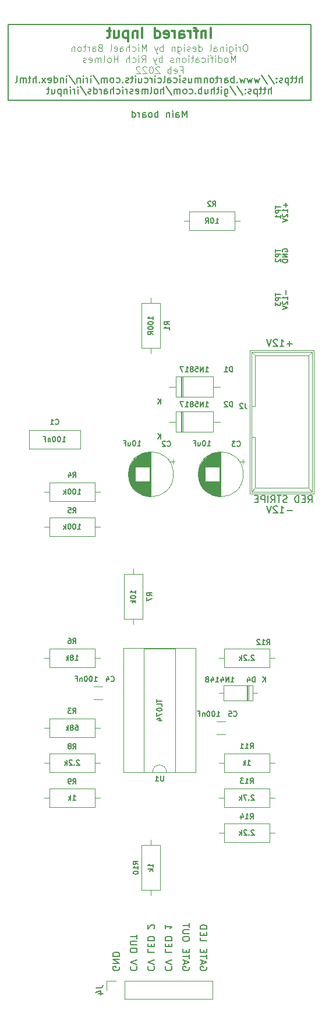
<source format=gbo>
G04 #@! TF.GenerationSoftware,KiCad,Pcbnew,6.0.2-378541a8eb~116~ubuntu20.04.1*
G04 #@! TF.CreationDate,2022-03-12T15:31:06-05:00*
G04 #@! TF.ProjectId,irinput_b1,6972696e-7075-4745-9f62-312e6b696361,rev?*
G04 #@! TF.SameCoordinates,Original*
G04 #@! TF.FileFunction,Legend,Bot*
G04 #@! TF.FilePolarity,Positive*
%FSLAX46Y46*%
G04 Gerber Fmt 4.6, Leading zero omitted, Abs format (unit mm)*
G04 Created by KiCad (PCBNEW 6.0.2-378541a8eb~116~ubuntu20.04.1) date 2022-03-12 15:31:06*
%MOMM*%
%LPD*%
G01*
G04 APERTURE LIST*
%ADD10C,0.150000*%
%ADD11C,0.300000*%
%ADD12C,0.100000*%
%ADD13C,0.120000*%
G04 APERTURE END LIST*
D10*
X171999999Y-32499999D02*
X127999999Y-32499999D01*
X127999999Y-32499999D02*
X127999999Y-43499999D01*
X127999999Y-43499999D02*
X171999999Y-43499999D01*
X171999999Y-43499999D02*
X171999999Y-32499999D01*
X153976189Y-45952379D02*
X153976189Y-44952379D01*
X153642856Y-45666665D01*
X153309522Y-44952379D01*
X153309522Y-45952379D01*
X152404760Y-45952379D02*
X152404760Y-45428570D01*
X152452379Y-45333332D01*
X152547618Y-45285713D01*
X152738094Y-45285713D01*
X152833332Y-45333332D01*
X152404760Y-45904760D02*
X152499999Y-45952379D01*
X152738094Y-45952379D01*
X152833332Y-45904760D01*
X152880951Y-45809522D01*
X152880951Y-45714284D01*
X152833332Y-45619046D01*
X152738094Y-45571427D01*
X152499999Y-45571427D01*
X152404760Y-45523808D01*
X151928570Y-45952379D02*
X151928570Y-45285713D01*
X151928570Y-44952379D02*
X151976189Y-44999999D01*
X151928570Y-45047618D01*
X151880951Y-44999999D01*
X151928570Y-44952379D01*
X151928570Y-45047618D01*
X151452379Y-45285713D02*
X151452379Y-45952379D01*
X151452379Y-45380951D02*
X151404760Y-45333332D01*
X151309522Y-45285713D01*
X151166665Y-45285713D01*
X151071427Y-45333332D01*
X151023808Y-45428570D01*
X151023808Y-45952379D01*
X149785713Y-45952379D02*
X149785713Y-44952379D01*
X149785713Y-45333332D02*
X149690475Y-45285713D01*
X149499999Y-45285713D01*
X149404760Y-45333332D01*
X149357141Y-45380951D01*
X149309522Y-45476189D01*
X149309522Y-45761903D01*
X149357141Y-45857141D01*
X149404760Y-45904760D01*
X149499999Y-45952379D01*
X149690475Y-45952379D01*
X149785713Y-45904760D01*
X148738094Y-45952379D02*
X148833332Y-45904760D01*
X148880951Y-45857141D01*
X148928570Y-45761903D01*
X148928570Y-45476189D01*
X148880951Y-45380951D01*
X148833332Y-45333332D01*
X148738094Y-45285713D01*
X148595237Y-45285713D01*
X148499999Y-45333332D01*
X148452379Y-45380951D01*
X148404760Y-45476189D01*
X148404760Y-45761903D01*
X148452379Y-45857141D01*
X148499999Y-45904760D01*
X148595237Y-45952379D01*
X148738094Y-45952379D01*
X147547618Y-45952379D02*
X147547618Y-45428570D01*
X147595237Y-45333332D01*
X147690475Y-45285713D01*
X147880951Y-45285713D01*
X147976189Y-45333332D01*
X147547618Y-45904760D02*
X147642856Y-45952379D01*
X147880951Y-45952379D01*
X147976189Y-45904760D01*
X148023808Y-45809522D01*
X148023808Y-45714284D01*
X147976189Y-45619046D01*
X147880951Y-45571427D01*
X147642856Y-45571427D01*
X147547618Y-45523808D01*
X147071427Y-45952379D02*
X147071427Y-45285713D01*
X147071427Y-45476189D02*
X147023808Y-45380951D01*
X146976189Y-45333332D01*
X146880951Y-45285713D01*
X146785713Y-45285713D01*
X146023808Y-45952379D02*
X146023808Y-44952379D01*
X146023808Y-45904760D02*
X146119046Y-45952379D01*
X146309522Y-45952379D01*
X146404760Y-45904760D01*
X146452379Y-45857141D01*
X146499999Y-45761903D01*
X146499999Y-45476189D01*
X146452379Y-45380951D01*
X146404760Y-45333332D01*
X146309522Y-45285713D01*
X146119046Y-45285713D01*
X146023808Y-45333332D01*
X150912856Y-169282975D02*
X150865237Y-169330594D01*
X150817618Y-169473451D01*
X150817618Y-169568689D01*
X150865237Y-169711546D01*
X150960475Y-169806784D01*
X151055713Y-169854403D01*
X151246189Y-169902022D01*
X151389046Y-169902022D01*
X151579522Y-169854403D01*
X151674760Y-169806784D01*
X151769999Y-169711546D01*
X151817618Y-169568689D01*
X151817618Y-169473451D01*
X151769999Y-169330594D01*
X151722379Y-169282975D01*
X151817618Y-168997260D02*
X150817618Y-168663927D01*
X151817618Y-168330594D01*
X150817618Y-166759165D02*
X150817618Y-167235356D01*
X151817618Y-167235356D01*
X151341427Y-166425832D02*
X151341427Y-166092499D01*
X150817618Y-165949641D02*
X150817618Y-166425832D01*
X151817618Y-166425832D01*
X151817618Y-165949641D01*
X150817618Y-165521070D02*
X151817618Y-165521070D01*
X151817618Y-165282975D01*
X151769999Y-165140118D01*
X151674760Y-165044879D01*
X151579522Y-164997260D01*
X151389046Y-164949641D01*
X151246189Y-164949641D01*
X151055713Y-164997260D01*
X150960475Y-165044879D01*
X150865237Y-165140118D01*
X150817618Y-165282975D01*
X150817618Y-165521070D01*
X150817618Y-163235356D02*
X150817618Y-163806784D01*
X150817618Y-163521070D02*
X151817618Y-163521070D01*
X151674760Y-163616308D01*
X151579522Y-163711546D01*
X151531903Y-163806784D01*
D11*
X157428570Y-34428570D02*
X157428570Y-32928570D01*
X156714284Y-33428570D02*
X156714284Y-34428570D01*
X156714284Y-33571427D02*
X156642856Y-33499999D01*
X156499999Y-33428570D01*
X156285713Y-33428570D01*
X156142856Y-33499999D01*
X156071427Y-33642856D01*
X156071427Y-34428570D01*
X155571427Y-33428570D02*
X154999999Y-33428570D01*
X155357141Y-34428570D02*
X155357141Y-33142856D01*
X155285713Y-32999999D01*
X155142856Y-32928570D01*
X154999999Y-32928570D01*
X154499999Y-34428570D02*
X154499999Y-33428570D01*
X154499999Y-33714284D02*
X154428570Y-33571427D01*
X154357141Y-33499999D01*
X154214284Y-33428570D01*
X154071427Y-33428570D01*
X152928570Y-34428570D02*
X152928570Y-33642856D01*
X152999999Y-33499999D01*
X153142856Y-33428570D01*
X153428570Y-33428570D01*
X153571427Y-33499999D01*
X152928570Y-34357141D02*
X153071427Y-34428570D01*
X153428570Y-34428570D01*
X153571427Y-34357141D01*
X153642856Y-34214284D01*
X153642856Y-34071427D01*
X153571427Y-33928570D01*
X153428570Y-33857141D01*
X153071427Y-33857141D01*
X152928570Y-33785713D01*
X152214284Y-34428570D02*
X152214284Y-33428570D01*
X152214284Y-33714284D02*
X152142856Y-33571427D01*
X152071427Y-33499999D01*
X151928570Y-33428570D01*
X151785713Y-33428570D01*
X150714284Y-34357141D02*
X150857141Y-34428570D01*
X151142856Y-34428570D01*
X151285713Y-34357141D01*
X151357141Y-34214284D01*
X151357141Y-33642856D01*
X151285713Y-33499999D01*
X151142856Y-33428570D01*
X150857141Y-33428570D01*
X150714284Y-33499999D01*
X150642856Y-33642856D01*
X150642856Y-33785713D01*
X151357141Y-33928570D01*
X149357141Y-34428570D02*
X149357141Y-32928570D01*
X149357141Y-34357141D02*
X149499999Y-34428570D01*
X149785713Y-34428570D01*
X149928570Y-34357141D01*
X149999999Y-34285713D01*
X150071427Y-34142856D01*
X150071427Y-33714284D01*
X149999999Y-33571427D01*
X149928570Y-33499999D01*
X149785713Y-33428570D01*
X149499999Y-33428570D01*
X149357141Y-33499999D01*
X147499999Y-34428570D02*
X147499999Y-32928570D01*
X146785713Y-33428570D02*
X146785713Y-34428570D01*
X146785713Y-33571427D02*
X146714284Y-33499999D01*
X146571427Y-33428570D01*
X146357141Y-33428570D01*
X146214284Y-33499999D01*
X146142856Y-33642856D01*
X146142856Y-34428570D01*
X145428570Y-33428570D02*
X145428570Y-34928570D01*
X145428570Y-33499999D02*
X145285713Y-33428570D01*
X144999999Y-33428570D01*
X144857141Y-33499999D01*
X144785713Y-33571427D01*
X144714284Y-33714284D01*
X144714284Y-34142856D01*
X144785713Y-34285713D01*
X144857141Y-34357141D01*
X144999999Y-34428570D01*
X145285713Y-34428570D01*
X145428570Y-34357141D01*
X143428570Y-33428570D02*
X143428570Y-34428570D01*
X144071427Y-33428570D02*
X144071427Y-34214284D01*
X143999999Y-34357141D01*
X143857141Y-34428570D01*
X143642856Y-34428570D01*
X143499999Y-34357141D01*
X143428570Y-34285713D01*
X142928570Y-33428570D02*
X142357141Y-33428570D01*
X142714284Y-32928570D02*
X142714284Y-34214284D01*
X142642856Y-34357141D01*
X142499999Y-34428570D01*
X142357141Y-34428570D01*
D10*
X170785713Y-40897379D02*
X170785713Y-39897379D01*
X170357141Y-40897379D02*
X170357141Y-40373570D01*
X170404760Y-40278332D01*
X170499999Y-40230713D01*
X170642856Y-40230713D01*
X170738094Y-40278332D01*
X170785713Y-40325951D01*
X170023808Y-40230713D02*
X169642856Y-40230713D01*
X169880951Y-39897379D02*
X169880951Y-40754522D01*
X169833332Y-40849760D01*
X169738094Y-40897379D01*
X169642856Y-40897379D01*
X169452379Y-40230713D02*
X169071427Y-40230713D01*
X169309522Y-39897379D02*
X169309522Y-40754522D01*
X169261903Y-40849760D01*
X169166665Y-40897379D01*
X169071427Y-40897379D01*
X168738094Y-40230713D02*
X168738094Y-41230713D01*
X168738094Y-40278332D02*
X168642856Y-40230713D01*
X168452379Y-40230713D01*
X168357141Y-40278332D01*
X168309522Y-40325951D01*
X168261903Y-40421189D01*
X168261903Y-40706903D01*
X168309522Y-40802141D01*
X168357141Y-40849760D01*
X168452379Y-40897379D01*
X168642856Y-40897379D01*
X168738094Y-40849760D01*
X167880951Y-40849760D02*
X167785713Y-40897379D01*
X167595237Y-40897379D01*
X167499999Y-40849760D01*
X167452379Y-40754522D01*
X167452379Y-40706903D01*
X167499999Y-40611665D01*
X167595237Y-40564046D01*
X167738094Y-40564046D01*
X167833332Y-40516427D01*
X167880951Y-40421189D01*
X167880951Y-40373570D01*
X167833332Y-40278332D01*
X167738094Y-40230713D01*
X167595237Y-40230713D01*
X167499999Y-40278332D01*
X167023808Y-40802141D02*
X166976189Y-40849760D01*
X167023808Y-40897379D01*
X167071427Y-40849760D01*
X167023808Y-40802141D01*
X167023808Y-40897379D01*
X167023808Y-40278332D02*
X166976189Y-40325951D01*
X167023808Y-40373570D01*
X167071427Y-40325951D01*
X167023808Y-40278332D01*
X167023808Y-40373570D01*
X165833332Y-39849760D02*
X166690475Y-41135475D01*
X164785713Y-39849760D02*
X165642856Y-41135475D01*
X164547618Y-40230713D02*
X164357141Y-40897379D01*
X164166665Y-40421189D01*
X163976189Y-40897379D01*
X163785713Y-40230713D01*
X163499999Y-40230713D02*
X163309522Y-40897379D01*
X163119046Y-40421189D01*
X162928570Y-40897379D01*
X162738094Y-40230713D01*
X162452379Y-40230713D02*
X162261903Y-40897379D01*
X162071427Y-40421189D01*
X161880951Y-40897379D01*
X161690475Y-40230713D01*
X161309522Y-40802141D02*
X161261903Y-40849760D01*
X161309522Y-40897379D01*
X161357141Y-40849760D01*
X161309522Y-40802141D01*
X161309522Y-40897379D01*
X160833332Y-40897379D02*
X160833332Y-39897379D01*
X160833332Y-40278332D02*
X160738094Y-40230713D01*
X160547618Y-40230713D01*
X160452379Y-40278332D01*
X160404760Y-40325951D01*
X160357141Y-40421189D01*
X160357141Y-40706903D01*
X160404760Y-40802141D01*
X160452379Y-40849760D01*
X160547618Y-40897379D01*
X160738094Y-40897379D01*
X160833332Y-40849760D01*
X159499999Y-40897379D02*
X159499999Y-40373570D01*
X159547618Y-40278332D01*
X159642856Y-40230713D01*
X159833332Y-40230713D01*
X159928570Y-40278332D01*
X159499999Y-40849760D02*
X159595237Y-40897379D01*
X159833332Y-40897379D01*
X159928570Y-40849760D01*
X159976189Y-40754522D01*
X159976189Y-40659284D01*
X159928570Y-40564046D01*
X159833332Y-40516427D01*
X159595237Y-40516427D01*
X159499999Y-40468808D01*
X159023808Y-40897379D02*
X159023808Y-40230713D01*
X159023808Y-40421189D02*
X158976189Y-40325951D01*
X158928570Y-40278332D01*
X158833332Y-40230713D01*
X158738094Y-40230713D01*
X158547618Y-40230713D02*
X158166665Y-40230713D01*
X158404760Y-39897379D02*
X158404760Y-40754522D01*
X158357141Y-40849760D01*
X158261903Y-40897379D01*
X158166665Y-40897379D01*
X157690475Y-40897379D02*
X157785713Y-40849760D01*
X157833332Y-40802141D01*
X157880951Y-40706903D01*
X157880951Y-40421189D01*
X157833332Y-40325951D01*
X157785713Y-40278332D01*
X157690475Y-40230713D01*
X157547618Y-40230713D01*
X157452379Y-40278332D01*
X157404760Y-40325951D01*
X157357141Y-40421189D01*
X157357141Y-40706903D01*
X157404760Y-40802141D01*
X157452379Y-40849760D01*
X157547618Y-40897379D01*
X157690475Y-40897379D01*
X156928570Y-40230713D02*
X156928570Y-40897379D01*
X156928570Y-40325951D02*
X156880951Y-40278332D01*
X156785713Y-40230713D01*
X156642856Y-40230713D01*
X156547618Y-40278332D01*
X156499999Y-40373570D01*
X156499999Y-40897379D01*
X156023808Y-40897379D02*
X156023808Y-40230713D01*
X156023808Y-40325951D02*
X155976189Y-40278332D01*
X155880951Y-40230713D01*
X155738094Y-40230713D01*
X155642856Y-40278332D01*
X155595237Y-40373570D01*
X155595237Y-40897379D01*
X155595237Y-40373570D02*
X155547618Y-40278332D01*
X155452379Y-40230713D01*
X155309522Y-40230713D01*
X155214284Y-40278332D01*
X155166665Y-40373570D01*
X155166665Y-40897379D01*
X154261903Y-40230713D02*
X154261903Y-40897379D01*
X154690475Y-40230713D02*
X154690475Y-40754522D01*
X154642856Y-40849760D01*
X154547618Y-40897379D01*
X154404760Y-40897379D01*
X154309522Y-40849760D01*
X154261903Y-40802141D01*
X153833332Y-40849760D02*
X153738094Y-40897379D01*
X153547618Y-40897379D01*
X153452379Y-40849760D01*
X153404760Y-40754522D01*
X153404760Y-40706903D01*
X153452379Y-40611665D01*
X153547618Y-40564046D01*
X153690475Y-40564046D01*
X153785713Y-40516427D01*
X153833332Y-40421189D01*
X153833332Y-40373570D01*
X153785713Y-40278332D01*
X153690475Y-40230713D01*
X153547618Y-40230713D01*
X153452379Y-40278332D01*
X152976189Y-40897379D02*
X152976189Y-40230713D01*
X152976189Y-39897379D02*
X153023808Y-39944999D01*
X152976189Y-39992618D01*
X152928570Y-39944999D01*
X152976189Y-39897379D01*
X152976189Y-39992618D01*
X152071427Y-40849760D02*
X152166665Y-40897379D01*
X152357141Y-40897379D01*
X152452379Y-40849760D01*
X152499999Y-40802141D01*
X152547618Y-40706903D01*
X152547618Y-40421189D01*
X152499999Y-40325951D01*
X152452379Y-40278332D01*
X152357141Y-40230713D01*
X152166665Y-40230713D01*
X152071427Y-40278332D01*
X151214284Y-40897379D02*
X151214284Y-40373570D01*
X151261903Y-40278332D01*
X151357141Y-40230713D01*
X151547618Y-40230713D01*
X151642856Y-40278332D01*
X151214284Y-40849760D02*
X151309522Y-40897379D01*
X151547618Y-40897379D01*
X151642856Y-40849760D01*
X151690475Y-40754522D01*
X151690475Y-40659284D01*
X151642856Y-40564046D01*
X151547618Y-40516427D01*
X151309522Y-40516427D01*
X151214284Y-40468808D01*
X150595237Y-40897379D02*
X150690475Y-40849760D01*
X150738094Y-40754522D01*
X150738094Y-39897379D01*
X149785713Y-40849760D02*
X149880951Y-40897379D01*
X150071427Y-40897379D01*
X150166665Y-40849760D01*
X150214284Y-40802141D01*
X150261903Y-40706903D01*
X150261903Y-40421189D01*
X150214284Y-40325951D01*
X150166665Y-40278332D01*
X150071427Y-40230713D01*
X149880951Y-40230713D01*
X149785713Y-40278332D01*
X149357141Y-40897379D02*
X149357141Y-40230713D01*
X149357141Y-39897379D02*
X149404760Y-39944999D01*
X149357141Y-39992618D01*
X149309522Y-39944999D01*
X149357141Y-39897379D01*
X149357141Y-39992618D01*
X148880951Y-40897379D02*
X148880951Y-40230713D01*
X148880951Y-40421189D02*
X148833332Y-40325951D01*
X148785713Y-40278332D01*
X148690475Y-40230713D01*
X148595237Y-40230713D01*
X147833332Y-40849760D02*
X147928570Y-40897379D01*
X148119046Y-40897379D01*
X148214284Y-40849760D01*
X148261903Y-40802141D01*
X148309522Y-40706903D01*
X148309522Y-40421189D01*
X148261903Y-40325951D01*
X148214284Y-40278332D01*
X148119046Y-40230713D01*
X147928570Y-40230713D01*
X147833332Y-40278332D01*
X146976189Y-40230713D02*
X146976189Y-40897379D01*
X147404760Y-40230713D02*
X147404760Y-40754522D01*
X147357141Y-40849760D01*
X147261903Y-40897379D01*
X147119046Y-40897379D01*
X147023808Y-40849760D01*
X146976189Y-40802141D01*
X146499999Y-40897379D02*
X146499999Y-40230713D01*
X146499999Y-39897379D02*
X146547618Y-39944999D01*
X146499999Y-39992618D01*
X146452379Y-39944999D01*
X146499999Y-39897379D01*
X146499999Y-39992618D01*
X146166665Y-40230713D02*
X145785713Y-40230713D01*
X146023808Y-39897379D02*
X146023808Y-40754522D01*
X145976189Y-40849760D01*
X145880951Y-40897379D01*
X145785713Y-40897379D01*
X145499999Y-40849760D02*
X145404760Y-40897379D01*
X145214284Y-40897379D01*
X145119046Y-40849760D01*
X145071427Y-40754522D01*
X145071427Y-40706903D01*
X145119046Y-40611665D01*
X145214284Y-40564046D01*
X145357141Y-40564046D01*
X145452379Y-40516427D01*
X145499999Y-40421189D01*
X145499999Y-40373570D01*
X145452379Y-40278332D01*
X145357141Y-40230713D01*
X145214284Y-40230713D01*
X145119046Y-40278332D01*
X144642856Y-40802141D02*
X144595237Y-40849760D01*
X144642856Y-40897379D01*
X144690475Y-40849760D01*
X144642856Y-40802141D01*
X144642856Y-40897379D01*
X143738094Y-40849760D02*
X143833332Y-40897379D01*
X144023808Y-40897379D01*
X144119046Y-40849760D01*
X144166665Y-40802141D01*
X144214284Y-40706903D01*
X144214284Y-40421189D01*
X144166665Y-40325951D01*
X144119046Y-40278332D01*
X144023808Y-40230713D01*
X143833332Y-40230713D01*
X143738094Y-40278332D01*
X143166665Y-40897379D02*
X143261903Y-40849760D01*
X143309522Y-40802141D01*
X143357141Y-40706903D01*
X143357141Y-40421189D01*
X143309522Y-40325951D01*
X143261903Y-40278332D01*
X143166665Y-40230713D01*
X143023808Y-40230713D01*
X142928570Y-40278332D01*
X142880951Y-40325951D01*
X142833332Y-40421189D01*
X142833332Y-40706903D01*
X142880951Y-40802141D01*
X142928570Y-40849760D01*
X143023808Y-40897379D01*
X143166665Y-40897379D01*
X142404760Y-40897379D02*
X142404760Y-40230713D01*
X142404760Y-40325951D02*
X142357141Y-40278332D01*
X142261903Y-40230713D01*
X142119046Y-40230713D01*
X142023808Y-40278332D01*
X141976189Y-40373570D01*
X141976189Y-40897379D01*
X141976189Y-40373570D02*
X141928570Y-40278332D01*
X141833332Y-40230713D01*
X141690475Y-40230713D01*
X141595237Y-40278332D01*
X141547618Y-40373570D01*
X141547618Y-40897379D01*
X140357141Y-39849760D02*
X141214284Y-41135475D01*
X140023808Y-40897379D02*
X140023808Y-40230713D01*
X140023808Y-39897379D02*
X140071427Y-39944999D01*
X140023808Y-39992618D01*
X139976189Y-39944999D01*
X140023808Y-39897379D01*
X140023808Y-39992618D01*
X139547618Y-40897379D02*
X139547618Y-40230713D01*
X139547618Y-40421189D02*
X139499999Y-40325951D01*
X139452379Y-40278332D01*
X139357141Y-40230713D01*
X139261903Y-40230713D01*
X138928570Y-40897379D02*
X138928570Y-40230713D01*
X138928570Y-39897379D02*
X138976189Y-39944999D01*
X138928570Y-39992618D01*
X138880951Y-39944999D01*
X138928570Y-39897379D01*
X138928570Y-39992618D01*
X138452379Y-40230713D02*
X138452379Y-40897379D01*
X138452379Y-40325951D02*
X138404760Y-40278332D01*
X138309522Y-40230713D01*
X138166665Y-40230713D01*
X138071427Y-40278332D01*
X138023808Y-40373570D01*
X138023808Y-40897379D01*
X136833332Y-39849760D02*
X137690475Y-41135475D01*
X136499999Y-40897379D02*
X136499999Y-40230713D01*
X136499999Y-39897379D02*
X136547618Y-39944999D01*
X136499999Y-39992618D01*
X136452379Y-39944999D01*
X136499999Y-39897379D01*
X136499999Y-39992618D01*
X136023808Y-40230713D02*
X136023808Y-40897379D01*
X136023808Y-40325951D02*
X135976189Y-40278332D01*
X135880951Y-40230713D01*
X135738094Y-40230713D01*
X135642856Y-40278332D01*
X135595237Y-40373570D01*
X135595237Y-40897379D01*
X134690475Y-40897379D02*
X134690475Y-39897379D01*
X134690475Y-40849760D02*
X134785713Y-40897379D01*
X134976189Y-40897379D01*
X135071427Y-40849760D01*
X135119046Y-40802141D01*
X135166665Y-40706903D01*
X135166665Y-40421189D01*
X135119046Y-40325951D01*
X135071427Y-40278332D01*
X134976189Y-40230713D01*
X134785713Y-40230713D01*
X134690475Y-40278332D01*
X133833332Y-40849760D02*
X133928570Y-40897379D01*
X134119046Y-40897379D01*
X134214284Y-40849760D01*
X134261903Y-40754522D01*
X134261903Y-40373570D01*
X134214284Y-40278332D01*
X134119046Y-40230713D01*
X133928570Y-40230713D01*
X133833332Y-40278332D01*
X133785713Y-40373570D01*
X133785713Y-40468808D01*
X134261903Y-40564046D01*
X133452379Y-40897379D02*
X132928570Y-40230713D01*
X133452379Y-40230713D02*
X132928570Y-40897379D01*
X132547618Y-40802141D02*
X132499999Y-40849760D01*
X132547618Y-40897379D01*
X132595237Y-40849760D01*
X132547618Y-40802141D01*
X132547618Y-40897379D01*
X132071427Y-40897379D02*
X132071427Y-39897379D01*
X131642856Y-40897379D02*
X131642856Y-40373570D01*
X131690475Y-40278332D01*
X131785713Y-40230713D01*
X131928570Y-40230713D01*
X132023808Y-40278332D01*
X132071427Y-40325951D01*
X131309522Y-40230713D02*
X130928570Y-40230713D01*
X131166665Y-39897379D02*
X131166665Y-40754522D01*
X131119046Y-40849760D01*
X131023808Y-40897379D01*
X130928570Y-40897379D01*
X130595237Y-40897379D02*
X130595237Y-40230713D01*
X130595237Y-40325951D02*
X130547618Y-40278332D01*
X130452379Y-40230713D01*
X130309522Y-40230713D01*
X130214284Y-40278332D01*
X130166665Y-40373570D01*
X130166665Y-40897379D01*
X130166665Y-40373570D02*
X130119046Y-40278332D01*
X130023808Y-40230713D01*
X129880951Y-40230713D01*
X129785713Y-40278332D01*
X129738094Y-40373570D01*
X129738094Y-40897379D01*
X129119046Y-40897379D02*
X129214284Y-40849760D01*
X129261903Y-40754522D01*
X129261903Y-39897379D01*
X166238094Y-42507379D02*
X166238094Y-41507379D01*
X165809522Y-42507379D02*
X165809522Y-41983570D01*
X165857141Y-41888332D01*
X165952379Y-41840713D01*
X166095237Y-41840713D01*
X166190475Y-41888332D01*
X166238094Y-41935951D01*
X165476189Y-41840713D02*
X165095237Y-41840713D01*
X165333332Y-41507379D02*
X165333332Y-42364522D01*
X165285713Y-42459760D01*
X165190475Y-42507379D01*
X165095237Y-42507379D01*
X164904760Y-41840713D02*
X164523808Y-41840713D01*
X164761903Y-41507379D02*
X164761903Y-42364522D01*
X164714284Y-42459760D01*
X164619046Y-42507379D01*
X164523808Y-42507379D01*
X164190475Y-41840713D02*
X164190475Y-42840713D01*
X164190475Y-41888332D02*
X164095237Y-41840713D01*
X163904760Y-41840713D01*
X163809522Y-41888332D01*
X163761903Y-41935951D01*
X163714284Y-42031189D01*
X163714284Y-42316903D01*
X163761903Y-42412141D01*
X163809522Y-42459760D01*
X163904760Y-42507379D01*
X164095237Y-42507379D01*
X164190475Y-42459760D01*
X163333332Y-42459760D02*
X163238094Y-42507379D01*
X163047618Y-42507379D01*
X162952379Y-42459760D01*
X162904760Y-42364522D01*
X162904760Y-42316903D01*
X162952379Y-42221665D01*
X163047618Y-42174046D01*
X163190475Y-42174046D01*
X163285713Y-42126427D01*
X163333332Y-42031189D01*
X163333332Y-41983570D01*
X163285713Y-41888332D01*
X163190475Y-41840713D01*
X163047618Y-41840713D01*
X162952379Y-41888332D01*
X162476189Y-42412141D02*
X162428570Y-42459760D01*
X162476189Y-42507379D01*
X162523808Y-42459760D01*
X162476189Y-42412141D01*
X162476189Y-42507379D01*
X162476189Y-41888332D02*
X162428570Y-41935951D01*
X162476189Y-41983570D01*
X162523808Y-41935951D01*
X162476189Y-41888332D01*
X162476189Y-41983570D01*
X161285713Y-41459760D02*
X162142856Y-42745475D01*
X160238094Y-41459760D02*
X161095237Y-42745475D01*
X159476189Y-41840713D02*
X159476189Y-42650237D01*
X159523808Y-42745475D01*
X159571427Y-42793094D01*
X159666665Y-42840713D01*
X159809522Y-42840713D01*
X159904760Y-42793094D01*
X159476189Y-42459760D02*
X159571427Y-42507379D01*
X159761903Y-42507379D01*
X159857141Y-42459760D01*
X159904760Y-42412141D01*
X159952379Y-42316903D01*
X159952379Y-42031189D01*
X159904760Y-41935951D01*
X159857141Y-41888332D01*
X159761903Y-41840713D01*
X159571427Y-41840713D01*
X159476189Y-41888332D01*
X158999999Y-42507379D02*
X158999999Y-41840713D01*
X158999999Y-41507379D02*
X159047618Y-41554999D01*
X158999999Y-41602618D01*
X158952379Y-41554999D01*
X158999999Y-41507379D01*
X158999999Y-41602618D01*
X158666665Y-41840713D02*
X158285713Y-41840713D01*
X158523808Y-41507379D02*
X158523808Y-42364522D01*
X158476189Y-42459760D01*
X158380951Y-42507379D01*
X158285713Y-42507379D01*
X157952379Y-42507379D02*
X157952379Y-41507379D01*
X157523808Y-42507379D02*
X157523808Y-41983570D01*
X157571427Y-41888332D01*
X157666665Y-41840713D01*
X157809522Y-41840713D01*
X157904760Y-41888332D01*
X157952379Y-41935951D01*
X156619046Y-41840713D02*
X156619046Y-42507379D01*
X157047618Y-41840713D02*
X157047618Y-42364522D01*
X156999999Y-42459760D01*
X156904760Y-42507379D01*
X156761903Y-42507379D01*
X156666665Y-42459760D01*
X156619046Y-42412141D01*
X156142856Y-42507379D02*
X156142856Y-41507379D01*
X156142856Y-41888332D02*
X156047618Y-41840713D01*
X155857141Y-41840713D01*
X155761903Y-41888332D01*
X155714284Y-41935951D01*
X155666665Y-42031189D01*
X155666665Y-42316903D01*
X155714284Y-42412141D01*
X155761903Y-42459760D01*
X155857141Y-42507379D01*
X156047618Y-42507379D01*
X156142856Y-42459760D01*
X155238094Y-42412141D02*
X155190475Y-42459760D01*
X155238094Y-42507379D01*
X155285713Y-42459760D01*
X155238094Y-42412141D01*
X155238094Y-42507379D01*
X154333332Y-42459760D02*
X154428570Y-42507379D01*
X154619046Y-42507379D01*
X154714284Y-42459760D01*
X154761903Y-42412141D01*
X154809522Y-42316903D01*
X154809522Y-42031189D01*
X154761903Y-41935951D01*
X154714284Y-41888332D01*
X154619046Y-41840713D01*
X154428570Y-41840713D01*
X154333332Y-41888332D01*
X153761903Y-42507379D02*
X153857141Y-42459760D01*
X153904760Y-42412141D01*
X153952379Y-42316903D01*
X153952379Y-42031189D01*
X153904760Y-41935951D01*
X153857141Y-41888332D01*
X153761903Y-41840713D01*
X153619046Y-41840713D01*
X153523808Y-41888332D01*
X153476189Y-41935951D01*
X153428570Y-42031189D01*
X153428570Y-42316903D01*
X153476189Y-42412141D01*
X153523808Y-42459760D01*
X153619046Y-42507379D01*
X153761903Y-42507379D01*
X152999999Y-42507379D02*
X152999999Y-41840713D01*
X152999999Y-41935951D02*
X152952379Y-41888332D01*
X152857141Y-41840713D01*
X152714284Y-41840713D01*
X152619046Y-41888332D01*
X152571427Y-41983570D01*
X152571427Y-42507379D01*
X152571427Y-41983570D02*
X152523808Y-41888332D01*
X152428570Y-41840713D01*
X152285713Y-41840713D01*
X152190475Y-41888332D01*
X152142856Y-41983570D01*
X152142856Y-42507379D01*
X150952379Y-41459760D02*
X151809522Y-42745475D01*
X150619046Y-42507379D02*
X150619046Y-41507379D01*
X150190475Y-42507379D02*
X150190475Y-41983570D01*
X150238094Y-41888332D01*
X150333332Y-41840713D01*
X150476189Y-41840713D01*
X150571427Y-41888332D01*
X150619046Y-41935951D01*
X149571427Y-42507379D02*
X149666665Y-42459760D01*
X149714284Y-42412141D01*
X149761903Y-42316903D01*
X149761903Y-42031189D01*
X149714284Y-41935951D01*
X149666665Y-41888332D01*
X149571427Y-41840713D01*
X149428570Y-41840713D01*
X149333332Y-41888332D01*
X149285713Y-41935951D01*
X149238094Y-42031189D01*
X149238094Y-42316903D01*
X149285713Y-42412141D01*
X149333332Y-42459760D01*
X149428570Y-42507379D01*
X149571427Y-42507379D01*
X148666665Y-42507379D02*
X148761903Y-42459760D01*
X148809522Y-42364522D01*
X148809522Y-41507379D01*
X148285713Y-42507379D02*
X148285713Y-41840713D01*
X148285713Y-41935951D02*
X148238094Y-41888332D01*
X148142856Y-41840713D01*
X147999999Y-41840713D01*
X147904760Y-41888332D01*
X147857141Y-41983570D01*
X147857141Y-42507379D01*
X147857141Y-41983570D02*
X147809522Y-41888332D01*
X147714284Y-41840713D01*
X147571427Y-41840713D01*
X147476189Y-41888332D01*
X147428570Y-41983570D01*
X147428570Y-42507379D01*
X146571427Y-42459760D02*
X146666665Y-42507379D01*
X146857141Y-42507379D01*
X146952379Y-42459760D01*
X146999999Y-42364522D01*
X146999999Y-41983570D01*
X146952379Y-41888332D01*
X146857141Y-41840713D01*
X146666665Y-41840713D01*
X146571427Y-41888332D01*
X146523808Y-41983570D01*
X146523808Y-42078808D01*
X146999999Y-42174046D01*
X146142856Y-42459760D02*
X146047618Y-42507379D01*
X145857141Y-42507379D01*
X145761903Y-42459760D01*
X145714284Y-42364522D01*
X145714284Y-42316903D01*
X145761903Y-42221665D01*
X145857141Y-42174046D01*
X145999999Y-42174046D01*
X146095237Y-42126427D01*
X146142856Y-42031189D01*
X146142856Y-41983570D01*
X146095237Y-41888332D01*
X145999999Y-41840713D01*
X145857141Y-41840713D01*
X145761903Y-41888332D01*
X145285713Y-42507379D02*
X145285713Y-41840713D01*
X145285713Y-42031189D02*
X145238094Y-41935951D01*
X145190475Y-41888332D01*
X145095237Y-41840713D01*
X144999999Y-41840713D01*
X144666665Y-42507379D02*
X144666665Y-41840713D01*
X144666665Y-41507379D02*
X144714284Y-41554999D01*
X144666665Y-41602618D01*
X144619046Y-41554999D01*
X144666665Y-41507379D01*
X144666665Y-41602618D01*
X143761903Y-42459760D02*
X143857141Y-42507379D01*
X144047618Y-42507379D01*
X144142856Y-42459760D01*
X144190475Y-42412141D01*
X144238094Y-42316903D01*
X144238094Y-42031189D01*
X144190475Y-41935951D01*
X144142856Y-41888332D01*
X144047618Y-41840713D01*
X143857141Y-41840713D01*
X143761903Y-41888332D01*
X143333332Y-42507379D02*
X143333332Y-41507379D01*
X142904760Y-42507379D02*
X142904760Y-41983570D01*
X142952379Y-41888332D01*
X143047618Y-41840713D01*
X143190475Y-41840713D01*
X143285713Y-41888332D01*
X143333332Y-41935951D01*
X141999999Y-42507379D02*
X141999999Y-41983570D01*
X142047618Y-41888332D01*
X142142856Y-41840713D01*
X142333332Y-41840713D01*
X142428570Y-41888332D01*
X141999999Y-42459760D02*
X142095237Y-42507379D01*
X142333332Y-42507379D01*
X142428570Y-42459760D01*
X142476189Y-42364522D01*
X142476189Y-42269284D01*
X142428570Y-42174046D01*
X142333332Y-42126427D01*
X142095237Y-42126427D01*
X141999999Y-42078808D01*
X141523808Y-42507379D02*
X141523808Y-41840713D01*
X141523808Y-42031189D02*
X141476189Y-41935951D01*
X141428570Y-41888332D01*
X141333332Y-41840713D01*
X141238094Y-41840713D01*
X140476189Y-42507379D02*
X140476189Y-41507379D01*
X140476189Y-42459760D02*
X140571427Y-42507379D01*
X140761903Y-42507379D01*
X140857141Y-42459760D01*
X140904760Y-42412141D01*
X140952379Y-42316903D01*
X140952379Y-42031189D01*
X140904760Y-41935951D01*
X140857141Y-41888332D01*
X140761903Y-41840713D01*
X140571427Y-41840713D01*
X140476189Y-41888332D01*
X140047618Y-42459760D02*
X139952379Y-42507379D01*
X139761903Y-42507379D01*
X139666665Y-42459760D01*
X139619046Y-42364522D01*
X139619046Y-42316903D01*
X139666665Y-42221665D01*
X139761903Y-42174046D01*
X139904760Y-42174046D01*
X139999999Y-42126427D01*
X140047618Y-42031189D01*
X140047618Y-41983570D01*
X139999999Y-41888332D01*
X139904760Y-41840713D01*
X139761903Y-41840713D01*
X139666665Y-41888332D01*
X138476189Y-41459760D02*
X139333332Y-42745475D01*
X138142856Y-42507379D02*
X138142856Y-41840713D01*
X138142856Y-41507379D02*
X138190475Y-41554999D01*
X138142856Y-41602618D01*
X138095237Y-41554999D01*
X138142856Y-41507379D01*
X138142856Y-41602618D01*
X137666665Y-42507379D02*
X137666665Y-41840713D01*
X137666665Y-42031189D02*
X137619046Y-41935951D01*
X137571427Y-41888332D01*
X137476189Y-41840713D01*
X137380951Y-41840713D01*
X137047618Y-42507379D02*
X137047618Y-41840713D01*
X137047618Y-41507379D02*
X137095237Y-41554999D01*
X137047618Y-41602618D01*
X136999999Y-41554999D01*
X137047618Y-41507379D01*
X137047618Y-41602618D01*
X136571427Y-41840713D02*
X136571427Y-42507379D01*
X136571427Y-41935951D02*
X136523808Y-41888332D01*
X136428570Y-41840713D01*
X136285713Y-41840713D01*
X136190475Y-41888332D01*
X136142856Y-41983570D01*
X136142856Y-42507379D01*
X135666665Y-41840713D02*
X135666665Y-42840713D01*
X135666665Y-41888332D02*
X135571427Y-41840713D01*
X135380951Y-41840713D01*
X135285713Y-41888332D01*
X135238094Y-41935951D01*
X135190475Y-42031189D01*
X135190475Y-42316903D01*
X135238094Y-42412141D01*
X135285713Y-42459760D01*
X135380951Y-42507379D01*
X135571427Y-42507379D01*
X135666665Y-42459760D01*
X134333332Y-41840713D02*
X134333332Y-42507379D01*
X134761903Y-41840713D02*
X134761903Y-42364522D01*
X134714284Y-42459760D01*
X134619046Y-42507379D01*
X134476189Y-42507379D01*
X134380951Y-42459760D01*
X134333332Y-42412141D01*
X133999999Y-41840713D02*
X133619046Y-41840713D01*
X133857141Y-41507379D02*
X133857141Y-42364522D01*
X133809522Y-42459760D01*
X133714284Y-42507379D01*
X133619046Y-42507379D01*
X145832856Y-169282975D02*
X145785237Y-169330594D01*
X145737618Y-169473451D01*
X145737618Y-169568689D01*
X145785237Y-169711546D01*
X145880475Y-169806784D01*
X145975713Y-169854403D01*
X146166189Y-169902022D01*
X146309046Y-169902022D01*
X146499522Y-169854403D01*
X146594760Y-169806784D01*
X146689999Y-169711546D01*
X146737618Y-169568689D01*
X146737618Y-169473451D01*
X146689999Y-169330594D01*
X146642379Y-169282975D01*
X146737618Y-168997260D02*
X145737618Y-168663927D01*
X146737618Y-168330594D01*
X146737618Y-167044879D02*
X146737618Y-166854403D01*
X146689999Y-166759165D01*
X146594760Y-166663927D01*
X146404284Y-166616308D01*
X146070951Y-166616308D01*
X145880475Y-166663927D01*
X145785237Y-166759165D01*
X145737618Y-166854403D01*
X145737618Y-167044879D01*
X145785237Y-167140118D01*
X145880475Y-167235356D01*
X146070951Y-167282975D01*
X146404284Y-167282975D01*
X146594760Y-167235356D01*
X146689999Y-167140118D01*
X146737618Y-167044879D01*
X146737618Y-166187737D02*
X145928094Y-166187737D01*
X145832856Y-166140118D01*
X145785237Y-166092499D01*
X145737618Y-165997260D01*
X145737618Y-165806784D01*
X145785237Y-165711546D01*
X145832856Y-165663927D01*
X145928094Y-165616308D01*
X146737618Y-165616308D01*
X146737618Y-165282975D02*
X146737618Y-164711546D01*
X145737618Y-164997260D02*
X146737618Y-164997260D01*
X156849999Y-169330594D02*
X156897618Y-169425832D01*
X156897618Y-169568689D01*
X156849999Y-169711546D01*
X156754760Y-169806784D01*
X156659522Y-169854403D01*
X156469046Y-169902022D01*
X156326189Y-169902022D01*
X156135713Y-169854403D01*
X156040475Y-169806784D01*
X155945237Y-169711546D01*
X155897618Y-169568689D01*
X155897618Y-169473451D01*
X155945237Y-169330594D01*
X155992856Y-169282975D01*
X156326189Y-169282975D01*
X156326189Y-169473451D01*
X156183332Y-168902022D02*
X156183332Y-168425832D01*
X155897618Y-168997260D02*
X156897618Y-168663927D01*
X155897618Y-168330594D01*
X156897618Y-168140118D02*
X156897618Y-167568689D01*
X155897618Y-167854403D02*
X156897618Y-167854403D01*
X156421427Y-167235356D02*
X156421427Y-166902022D01*
X155897618Y-166759165D02*
X155897618Y-167235356D01*
X156897618Y-167235356D01*
X156897618Y-166759165D01*
X155897618Y-165092499D02*
X155897618Y-165568689D01*
X156897618Y-165568689D01*
X156421427Y-164759165D02*
X156421427Y-164425832D01*
X155897618Y-164282975D02*
X155897618Y-164759165D01*
X156897618Y-164759165D01*
X156897618Y-164282975D01*
X155897618Y-163854403D02*
X156897618Y-163854403D01*
X156897618Y-163616308D01*
X156849999Y-163473451D01*
X156754760Y-163378213D01*
X156659522Y-163330594D01*
X156469046Y-163282975D01*
X156326189Y-163282975D01*
X156135713Y-163330594D01*
X156040475Y-163378213D01*
X155945237Y-163473451D01*
X155897618Y-163616308D01*
X155897618Y-163854403D01*
X144149999Y-169330594D02*
X144197618Y-169425832D01*
X144197618Y-169568689D01*
X144149999Y-169711546D01*
X144054760Y-169806784D01*
X143959522Y-169854403D01*
X143769046Y-169902022D01*
X143626189Y-169902022D01*
X143435713Y-169854403D01*
X143340475Y-169806784D01*
X143245237Y-169711546D01*
X143197618Y-169568689D01*
X143197618Y-169473451D01*
X143245237Y-169330594D01*
X143292856Y-169282975D01*
X143626189Y-169282975D01*
X143626189Y-169473451D01*
X143197618Y-168854403D02*
X144197618Y-168854403D01*
X143197618Y-168282975D01*
X144197618Y-168282975D01*
X143197618Y-167806784D02*
X144197618Y-167806784D01*
X144197618Y-167568689D01*
X144149999Y-167425832D01*
X144054760Y-167330594D01*
X143959522Y-167282975D01*
X143769046Y-167235356D01*
X143626189Y-167235356D01*
X143435713Y-167282975D01*
X143340475Y-167330594D01*
X143245237Y-167425832D01*
X143197618Y-167568689D01*
X143197618Y-167806784D01*
X148372856Y-169282975D02*
X148325237Y-169330594D01*
X148277618Y-169473451D01*
X148277618Y-169568689D01*
X148325237Y-169711546D01*
X148420475Y-169806784D01*
X148515713Y-169854403D01*
X148706189Y-169902022D01*
X148849046Y-169902022D01*
X149039522Y-169854403D01*
X149134760Y-169806784D01*
X149229999Y-169711546D01*
X149277618Y-169568689D01*
X149277618Y-169473451D01*
X149229999Y-169330594D01*
X149182379Y-169282975D01*
X149277618Y-168997260D02*
X148277618Y-168663927D01*
X149277618Y-168330594D01*
X148277618Y-166759165D02*
X148277618Y-167235356D01*
X149277618Y-167235356D01*
X148801427Y-166425832D02*
X148801427Y-166092499D01*
X148277618Y-165949641D02*
X148277618Y-166425832D01*
X149277618Y-166425832D01*
X149277618Y-165949641D01*
X148277618Y-165521070D02*
X149277618Y-165521070D01*
X149277618Y-165282975D01*
X149229999Y-165140118D01*
X149134760Y-165044879D01*
X149039522Y-164997260D01*
X148849046Y-164949641D01*
X148706189Y-164949641D01*
X148515713Y-164997260D01*
X148420475Y-165044879D01*
X148325237Y-165140118D01*
X148277618Y-165282975D01*
X148277618Y-165521070D01*
X149182379Y-163806784D02*
X149229999Y-163759165D01*
X149277618Y-163663927D01*
X149277618Y-163425832D01*
X149229999Y-163330594D01*
X149182379Y-163282975D01*
X149087141Y-163235356D01*
X148991903Y-163235356D01*
X148849046Y-163282975D01*
X148277618Y-163854403D01*
X148277618Y-163235356D01*
X154309999Y-169330594D02*
X154357618Y-169425832D01*
X154357618Y-169568689D01*
X154309999Y-169711546D01*
X154214760Y-169806784D01*
X154119522Y-169854403D01*
X153929046Y-169902022D01*
X153786189Y-169902022D01*
X153595713Y-169854403D01*
X153500475Y-169806784D01*
X153405237Y-169711546D01*
X153357618Y-169568689D01*
X153357618Y-169473451D01*
X153405237Y-169330594D01*
X153452856Y-169282975D01*
X153786189Y-169282975D01*
X153786189Y-169473451D01*
X153643332Y-168902022D02*
X153643332Y-168425832D01*
X153357618Y-168997260D02*
X154357618Y-168663927D01*
X153357618Y-168330594D01*
X154357618Y-168140118D02*
X154357618Y-167568689D01*
X153357618Y-167854403D02*
X154357618Y-167854403D01*
X153881427Y-167235356D02*
X153881427Y-166902022D01*
X153357618Y-166759165D02*
X153357618Y-167235356D01*
X154357618Y-167235356D01*
X154357618Y-166759165D01*
X154357618Y-165378213D02*
X154357618Y-165187737D01*
X154309999Y-165092499D01*
X154214760Y-164997260D01*
X154024284Y-164949641D01*
X153690951Y-164949641D01*
X153500475Y-164997260D01*
X153405237Y-165092499D01*
X153357618Y-165187737D01*
X153357618Y-165378213D01*
X153405237Y-165473451D01*
X153500475Y-165568689D01*
X153690951Y-165616308D01*
X154024284Y-165616308D01*
X154214760Y-165568689D01*
X154309999Y-165473451D01*
X154357618Y-165378213D01*
X154357618Y-164521070D02*
X153548094Y-164521070D01*
X153452856Y-164473451D01*
X153405237Y-164425832D01*
X153357618Y-164330594D01*
X153357618Y-164140118D01*
X153405237Y-164044879D01*
X153452856Y-163997260D01*
X153548094Y-163949641D01*
X154357618Y-163949641D01*
X154357618Y-163616308D02*
X154357618Y-163044879D01*
X153357618Y-163330594D02*
X154357618Y-163330594D01*
D12*
X162571427Y-35342379D02*
X162380951Y-35342379D01*
X162285713Y-35389999D01*
X162190475Y-35485237D01*
X162142856Y-35675713D01*
X162142856Y-36009046D01*
X162190475Y-36199522D01*
X162285713Y-36294760D01*
X162380951Y-36342379D01*
X162571427Y-36342379D01*
X162666665Y-36294760D01*
X162761903Y-36199522D01*
X162809522Y-36009046D01*
X162809522Y-35675713D01*
X162761903Y-35485237D01*
X162666665Y-35389999D01*
X162571427Y-35342379D01*
X161714284Y-36342379D02*
X161714284Y-35675713D01*
X161714284Y-35866189D02*
X161666665Y-35770951D01*
X161619046Y-35723332D01*
X161523808Y-35675713D01*
X161428570Y-35675713D01*
X161095237Y-36342379D02*
X161095237Y-35675713D01*
X161095237Y-35342379D02*
X161142856Y-35389999D01*
X161095237Y-35437618D01*
X161047618Y-35389999D01*
X161095237Y-35342379D01*
X161095237Y-35437618D01*
X160190475Y-35675713D02*
X160190475Y-36485237D01*
X160238094Y-36580475D01*
X160285713Y-36628094D01*
X160380951Y-36675713D01*
X160523808Y-36675713D01*
X160619046Y-36628094D01*
X160190475Y-36294760D02*
X160285713Y-36342379D01*
X160476189Y-36342379D01*
X160571427Y-36294760D01*
X160619046Y-36247141D01*
X160666665Y-36151903D01*
X160666665Y-35866189D01*
X160619046Y-35770951D01*
X160571427Y-35723332D01*
X160476189Y-35675713D01*
X160285713Y-35675713D01*
X160190475Y-35723332D01*
X159714284Y-36342379D02*
X159714284Y-35675713D01*
X159714284Y-35342379D02*
X159761903Y-35389999D01*
X159714284Y-35437618D01*
X159666665Y-35389999D01*
X159714284Y-35342379D01*
X159714284Y-35437618D01*
X159238094Y-35675713D02*
X159238094Y-36342379D01*
X159238094Y-35770951D02*
X159190475Y-35723332D01*
X159095237Y-35675713D01*
X158952379Y-35675713D01*
X158857141Y-35723332D01*
X158809522Y-35818570D01*
X158809522Y-36342379D01*
X157904760Y-36342379D02*
X157904760Y-35818570D01*
X157952379Y-35723332D01*
X158047618Y-35675713D01*
X158238094Y-35675713D01*
X158333332Y-35723332D01*
X157904760Y-36294760D02*
X157999999Y-36342379D01*
X158238094Y-36342379D01*
X158333332Y-36294760D01*
X158380951Y-36199522D01*
X158380951Y-36104284D01*
X158333332Y-36009046D01*
X158238094Y-35961427D01*
X157999999Y-35961427D01*
X157904760Y-35913808D01*
X157285713Y-36342379D02*
X157380951Y-36294760D01*
X157428570Y-36199522D01*
X157428570Y-35342379D01*
X155714284Y-36342379D02*
X155714284Y-35342379D01*
X155714284Y-36294760D02*
X155809522Y-36342379D01*
X155999999Y-36342379D01*
X156095237Y-36294760D01*
X156142856Y-36247141D01*
X156190475Y-36151903D01*
X156190475Y-35866189D01*
X156142856Y-35770951D01*
X156095237Y-35723332D01*
X155999999Y-35675713D01*
X155809522Y-35675713D01*
X155714284Y-35723332D01*
X154857141Y-36294760D02*
X154952379Y-36342379D01*
X155142856Y-36342379D01*
X155238094Y-36294760D01*
X155285713Y-36199522D01*
X155285713Y-35818570D01*
X155238094Y-35723332D01*
X155142856Y-35675713D01*
X154952379Y-35675713D01*
X154857141Y-35723332D01*
X154809522Y-35818570D01*
X154809522Y-35913808D01*
X155285713Y-36009046D01*
X154428570Y-36294760D02*
X154333332Y-36342379D01*
X154142856Y-36342379D01*
X154047618Y-36294760D01*
X153999999Y-36199522D01*
X153999999Y-36151903D01*
X154047618Y-36056665D01*
X154142856Y-36009046D01*
X154285713Y-36009046D01*
X154380951Y-35961427D01*
X154428570Y-35866189D01*
X154428570Y-35818570D01*
X154380951Y-35723332D01*
X154285713Y-35675713D01*
X154142856Y-35675713D01*
X154047618Y-35723332D01*
X153571427Y-36342379D02*
X153571427Y-35675713D01*
X153571427Y-35342379D02*
X153619046Y-35389999D01*
X153571427Y-35437618D01*
X153523808Y-35389999D01*
X153571427Y-35342379D01*
X153571427Y-35437618D01*
X152666665Y-35675713D02*
X152666665Y-36485237D01*
X152714284Y-36580475D01*
X152761903Y-36628094D01*
X152857141Y-36675713D01*
X152999999Y-36675713D01*
X153095237Y-36628094D01*
X152666665Y-36294760D02*
X152761903Y-36342379D01*
X152952379Y-36342379D01*
X153047618Y-36294760D01*
X153095237Y-36247141D01*
X153142856Y-36151903D01*
X153142856Y-35866189D01*
X153095237Y-35770951D01*
X153047618Y-35723332D01*
X152952379Y-35675713D01*
X152761903Y-35675713D01*
X152666665Y-35723332D01*
X152190475Y-35675713D02*
X152190475Y-36342379D01*
X152190475Y-35770951D02*
X152142856Y-35723332D01*
X152047618Y-35675713D01*
X151904760Y-35675713D01*
X151809522Y-35723332D01*
X151761903Y-35818570D01*
X151761903Y-36342379D01*
X150523808Y-36342379D02*
X150523808Y-35342379D01*
X150523808Y-35723332D02*
X150428570Y-35675713D01*
X150238094Y-35675713D01*
X150142856Y-35723332D01*
X150095237Y-35770951D01*
X150047618Y-35866189D01*
X150047618Y-36151903D01*
X150095237Y-36247141D01*
X150142856Y-36294760D01*
X150238094Y-36342379D01*
X150428570Y-36342379D01*
X150523808Y-36294760D01*
X149714284Y-35675713D02*
X149476189Y-36342379D01*
X149238094Y-35675713D02*
X149476189Y-36342379D01*
X149571427Y-36580475D01*
X149619046Y-36628094D01*
X149714284Y-36675713D01*
X148095237Y-36342379D02*
X148095237Y-35342379D01*
X147761903Y-36056665D01*
X147428570Y-35342379D01*
X147428570Y-36342379D01*
X146952379Y-36342379D02*
X146952379Y-35675713D01*
X146952379Y-35342379D02*
X146999999Y-35389999D01*
X146952379Y-35437618D01*
X146904760Y-35389999D01*
X146952379Y-35342379D01*
X146952379Y-35437618D01*
X146047618Y-36294760D02*
X146142856Y-36342379D01*
X146333332Y-36342379D01*
X146428570Y-36294760D01*
X146476189Y-36247141D01*
X146523808Y-36151903D01*
X146523808Y-35866189D01*
X146476189Y-35770951D01*
X146428570Y-35723332D01*
X146333332Y-35675713D01*
X146142856Y-35675713D01*
X146047618Y-35723332D01*
X145619046Y-36342379D02*
X145619046Y-35342379D01*
X145190475Y-36342379D02*
X145190475Y-35818570D01*
X145238094Y-35723332D01*
X145333332Y-35675713D01*
X145476189Y-35675713D01*
X145571427Y-35723332D01*
X145619046Y-35770951D01*
X144285713Y-36342379D02*
X144285713Y-35818570D01*
X144333332Y-35723332D01*
X144428570Y-35675713D01*
X144619046Y-35675713D01*
X144714284Y-35723332D01*
X144285713Y-36294760D02*
X144380951Y-36342379D01*
X144619046Y-36342379D01*
X144714284Y-36294760D01*
X144761903Y-36199522D01*
X144761903Y-36104284D01*
X144714284Y-36009046D01*
X144619046Y-35961427D01*
X144380951Y-35961427D01*
X144285713Y-35913808D01*
X143428570Y-36294760D02*
X143523808Y-36342379D01*
X143714284Y-36342379D01*
X143809522Y-36294760D01*
X143857141Y-36199522D01*
X143857141Y-35818570D01*
X143809522Y-35723332D01*
X143714284Y-35675713D01*
X143523808Y-35675713D01*
X143428570Y-35723332D01*
X143380951Y-35818570D01*
X143380951Y-35913808D01*
X143857141Y-36009046D01*
X142809522Y-36342379D02*
X142904760Y-36294760D01*
X142952379Y-36199522D01*
X142952379Y-35342379D01*
X141333332Y-35818570D02*
X141190475Y-35866189D01*
X141142856Y-35913808D01*
X141095237Y-36009046D01*
X141095237Y-36151903D01*
X141142856Y-36247141D01*
X141190475Y-36294760D01*
X141285713Y-36342379D01*
X141666665Y-36342379D01*
X141666665Y-35342379D01*
X141333332Y-35342379D01*
X141238094Y-35389999D01*
X141190475Y-35437618D01*
X141142856Y-35532856D01*
X141142856Y-35628094D01*
X141190475Y-35723332D01*
X141238094Y-35770951D01*
X141333332Y-35818570D01*
X141666665Y-35818570D01*
X140238094Y-36342379D02*
X140238094Y-35818570D01*
X140285713Y-35723332D01*
X140380951Y-35675713D01*
X140571427Y-35675713D01*
X140666665Y-35723332D01*
X140238094Y-36294760D02*
X140333332Y-36342379D01*
X140571427Y-36342379D01*
X140666665Y-36294760D01*
X140714284Y-36199522D01*
X140714284Y-36104284D01*
X140666665Y-36009046D01*
X140571427Y-35961427D01*
X140333332Y-35961427D01*
X140238094Y-35913808D01*
X139761903Y-36342379D02*
X139761903Y-35675713D01*
X139761903Y-35866189D02*
X139714284Y-35770951D01*
X139666665Y-35723332D01*
X139571427Y-35675713D01*
X139476189Y-35675713D01*
X139285713Y-35675713D02*
X138904760Y-35675713D01*
X139142856Y-35342379D02*
X139142856Y-36199522D01*
X139095237Y-36294760D01*
X138999999Y-36342379D01*
X138904760Y-36342379D01*
X138428570Y-36342379D02*
X138523808Y-36294760D01*
X138571427Y-36247141D01*
X138619046Y-36151903D01*
X138619046Y-35866189D01*
X138571427Y-35770951D01*
X138523808Y-35723332D01*
X138428570Y-35675713D01*
X138285713Y-35675713D01*
X138190475Y-35723332D01*
X138142856Y-35770951D01*
X138095237Y-35866189D01*
X138095237Y-36151903D01*
X138142856Y-36247141D01*
X138190475Y-36294760D01*
X138285713Y-36342379D01*
X138428570Y-36342379D01*
X137666665Y-35675713D02*
X137666665Y-36342379D01*
X137666665Y-35770951D02*
X137619046Y-35723332D01*
X137523808Y-35675713D01*
X137380951Y-35675713D01*
X137285713Y-35723332D01*
X137238094Y-35818570D01*
X137238094Y-36342379D01*
X161047618Y-37952379D02*
X161047618Y-36952379D01*
X160714284Y-37666665D01*
X160380951Y-36952379D01*
X160380951Y-37952379D01*
X159761903Y-37952379D02*
X159857141Y-37904760D01*
X159904760Y-37857141D01*
X159952379Y-37761903D01*
X159952379Y-37476189D01*
X159904760Y-37380951D01*
X159857141Y-37333332D01*
X159761903Y-37285713D01*
X159619046Y-37285713D01*
X159523808Y-37333332D01*
X159476189Y-37380951D01*
X159428570Y-37476189D01*
X159428570Y-37761903D01*
X159476189Y-37857141D01*
X159523808Y-37904760D01*
X159619046Y-37952379D01*
X159761903Y-37952379D01*
X158571427Y-37952379D02*
X158571427Y-36952379D01*
X158571427Y-37904760D02*
X158666665Y-37952379D01*
X158857141Y-37952379D01*
X158952379Y-37904760D01*
X158999999Y-37857141D01*
X159047618Y-37761903D01*
X159047618Y-37476189D01*
X158999999Y-37380951D01*
X158952379Y-37333332D01*
X158857141Y-37285713D01*
X158666665Y-37285713D01*
X158571427Y-37333332D01*
X158095237Y-37952379D02*
X158095237Y-37285713D01*
X158095237Y-36952379D02*
X158142856Y-36999999D01*
X158095237Y-37047618D01*
X158047618Y-36999999D01*
X158095237Y-36952379D01*
X158095237Y-37047618D01*
X157761903Y-37285713D02*
X157380951Y-37285713D01*
X157619046Y-37952379D02*
X157619046Y-37095237D01*
X157571427Y-36999999D01*
X157476189Y-36952379D01*
X157380951Y-36952379D01*
X157047618Y-37952379D02*
X157047618Y-37285713D01*
X157047618Y-36952379D02*
X157095237Y-36999999D01*
X157047618Y-37047618D01*
X156999999Y-36999999D01*
X157047618Y-36952379D01*
X157047618Y-37047618D01*
X156142856Y-37904760D02*
X156238094Y-37952379D01*
X156428570Y-37952379D01*
X156523808Y-37904760D01*
X156571427Y-37857141D01*
X156619046Y-37761903D01*
X156619046Y-37476189D01*
X156571427Y-37380951D01*
X156523808Y-37333332D01*
X156428570Y-37285713D01*
X156238094Y-37285713D01*
X156142856Y-37333332D01*
X155285713Y-37952379D02*
X155285713Y-37428570D01*
X155333332Y-37333332D01*
X155428570Y-37285713D01*
X155619046Y-37285713D01*
X155714284Y-37333332D01*
X155285713Y-37904760D02*
X155380951Y-37952379D01*
X155619046Y-37952379D01*
X155714284Y-37904760D01*
X155761903Y-37809522D01*
X155761903Y-37714284D01*
X155714284Y-37619046D01*
X155619046Y-37571427D01*
X155380951Y-37571427D01*
X155285713Y-37523808D01*
X154952379Y-37285713D02*
X154571427Y-37285713D01*
X154809522Y-36952379D02*
X154809522Y-37809522D01*
X154761903Y-37904760D01*
X154666665Y-37952379D01*
X154571427Y-37952379D01*
X154238094Y-37952379D02*
X154238094Y-37285713D01*
X154238094Y-36952379D02*
X154285713Y-36999999D01*
X154238094Y-37047618D01*
X154190475Y-36999999D01*
X154238094Y-36952379D01*
X154238094Y-37047618D01*
X153619046Y-37952379D02*
X153714284Y-37904760D01*
X153761903Y-37857141D01*
X153809522Y-37761903D01*
X153809522Y-37476189D01*
X153761903Y-37380951D01*
X153714284Y-37333332D01*
X153619046Y-37285713D01*
X153476189Y-37285713D01*
X153380951Y-37333332D01*
X153333332Y-37380951D01*
X153285713Y-37476189D01*
X153285713Y-37761903D01*
X153333332Y-37857141D01*
X153380951Y-37904760D01*
X153476189Y-37952379D01*
X153619046Y-37952379D01*
X152857141Y-37285713D02*
X152857141Y-37952379D01*
X152857141Y-37380951D02*
X152809522Y-37333332D01*
X152714284Y-37285713D01*
X152571427Y-37285713D01*
X152476189Y-37333332D01*
X152428570Y-37428570D01*
X152428570Y-37952379D01*
X151999999Y-37904760D02*
X151904760Y-37952379D01*
X151714284Y-37952379D01*
X151619046Y-37904760D01*
X151571427Y-37809522D01*
X151571427Y-37761903D01*
X151619046Y-37666665D01*
X151714284Y-37619046D01*
X151857141Y-37619046D01*
X151952379Y-37571427D01*
X151999999Y-37476189D01*
X151999999Y-37428570D01*
X151952379Y-37333332D01*
X151857141Y-37285713D01*
X151714284Y-37285713D01*
X151619046Y-37333332D01*
X150380951Y-37952379D02*
X150380951Y-36952379D01*
X150380951Y-37333332D02*
X150285713Y-37285713D01*
X150095237Y-37285713D01*
X149999999Y-37333332D01*
X149952379Y-37380951D01*
X149904760Y-37476189D01*
X149904760Y-37761903D01*
X149952379Y-37857141D01*
X149999999Y-37904760D01*
X150095237Y-37952379D01*
X150285713Y-37952379D01*
X150380951Y-37904760D01*
X149571427Y-37285713D02*
X149333332Y-37952379D01*
X149095237Y-37285713D02*
X149333332Y-37952379D01*
X149428570Y-38190475D01*
X149476189Y-38238094D01*
X149571427Y-38285713D01*
X147380951Y-37952379D02*
X147714284Y-37476189D01*
X147952379Y-37952379D02*
X147952379Y-36952379D01*
X147571427Y-36952379D01*
X147476189Y-36999999D01*
X147428570Y-37047618D01*
X147380951Y-37142856D01*
X147380951Y-37285713D01*
X147428570Y-37380951D01*
X147476189Y-37428570D01*
X147571427Y-37476189D01*
X147952379Y-37476189D01*
X146952379Y-37952379D02*
X146952379Y-37285713D01*
X146952379Y-36952379D02*
X146999999Y-36999999D01*
X146952379Y-37047618D01*
X146904760Y-36999999D01*
X146952379Y-36952379D01*
X146952379Y-37047618D01*
X146047618Y-37904760D02*
X146142856Y-37952379D01*
X146333332Y-37952379D01*
X146428570Y-37904760D01*
X146476189Y-37857141D01*
X146523808Y-37761903D01*
X146523808Y-37476189D01*
X146476189Y-37380951D01*
X146428570Y-37333332D01*
X146333332Y-37285713D01*
X146142856Y-37285713D01*
X146047618Y-37333332D01*
X145619046Y-37952379D02*
X145619046Y-36952379D01*
X145190475Y-37952379D02*
X145190475Y-37428570D01*
X145238094Y-37333332D01*
X145333332Y-37285713D01*
X145476189Y-37285713D01*
X145571427Y-37333332D01*
X145619046Y-37380951D01*
X143952379Y-37952379D02*
X143952379Y-36952379D01*
X143952379Y-37428570D02*
X143380951Y-37428570D01*
X143380951Y-37952379D02*
X143380951Y-36952379D01*
X142761903Y-37952379D02*
X142857141Y-37904760D01*
X142904760Y-37857141D01*
X142952379Y-37761903D01*
X142952379Y-37476189D01*
X142904760Y-37380951D01*
X142857141Y-37333332D01*
X142761903Y-37285713D01*
X142619046Y-37285713D01*
X142523808Y-37333332D01*
X142476189Y-37380951D01*
X142428570Y-37476189D01*
X142428570Y-37761903D01*
X142476189Y-37857141D01*
X142523808Y-37904760D01*
X142619046Y-37952379D01*
X142761903Y-37952379D01*
X141857141Y-37952379D02*
X141952379Y-37904760D01*
X141999999Y-37809522D01*
X141999999Y-36952379D01*
X141476189Y-37952379D02*
X141476189Y-37285713D01*
X141476189Y-37380951D02*
X141428570Y-37333332D01*
X141333332Y-37285713D01*
X141190475Y-37285713D01*
X141095237Y-37333332D01*
X141047618Y-37428570D01*
X141047618Y-37952379D01*
X141047618Y-37428570D02*
X140999999Y-37333332D01*
X140904760Y-37285713D01*
X140761903Y-37285713D01*
X140666665Y-37333332D01*
X140619046Y-37428570D01*
X140619046Y-37952379D01*
X139761903Y-37904760D02*
X139857141Y-37952379D01*
X140047618Y-37952379D01*
X140142856Y-37904760D01*
X140190475Y-37809522D01*
X140190475Y-37428570D01*
X140142856Y-37333332D01*
X140047618Y-37285713D01*
X139857141Y-37285713D01*
X139761903Y-37333332D01*
X139714284Y-37428570D01*
X139714284Y-37523808D01*
X140190475Y-37619046D01*
X139333332Y-37904760D02*
X139238094Y-37952379D01*
X139047618Y-37952379D01*
X138952379Y-37904760D01*
X138904760Y-37809522D01*
X138904760Y-37761903D01*
X138952379Y-37666665D01*
X139047618Y-37619046D01*
X139190475Y-37619046D01*
X139285713Y-37571427D01*
X139333332Y-37476189D01*
X139333332Y-37428570D01*
X139285713Y-37333332D01*
X139190475Y-37285713D01*
X139047618Y-37285713D01*
X138952379Y-37333332D01*
X153023808Y-39038570D02*
X153357141Y-39038570D01*
X153357141Y-39562379D02*
X153357141Y-38562379D01*
X152880951Y-38562379D01*
X152119046Y-39514760D02*
X152214284Y-39562379D01*
X152404760Y-39562379D01*
X152499999Y-39514760D01*
X152547618Y-39419522D01*
X152547618Y-39038570D01*
X152499999Y-38943332D01*
X152404760Y-38895713D01*
X152214284Y-38895713D01*
X152119046Y-38943332D01*
X152071427Y-39038570D01*
X152071427Y-39133808D01*
X152547618Y-39229046D01*
X151642856Y-39562379D02*
X151642856Y-38562379D01*
X151642856Y-38943332D02*
X151547618Y-38895713D01*
X151357141Y-38895713D01*
X151261903Y-38943332D01*
X151214284Y-38990951D01*
X151166665Y-39086189D01*
X151166665Y-39371903D01*
X151214284Y-39467141D01*
X151261903Y-39514760D01*
X151357141Y-39562379D01*
X151547618Y-39562379D01*
X151642856Y-39514760D01*
X150023808Y-38657618D02*
X149976189Y-38609999D01*
X149880951Y-38562379D01*
X149642856Y-38562379D01*
X149547618Y-38609999D01*
X149499999Y-38657618D01*
X149452379Y-38752856D01*
X149452379Y-38848094D01*
X149499999Y-38990951D01*
X150071427Y-39562379D01*
X149452379Y-39562379D01*
X148833332Y-38562379D02*
X148738094Y-38562379D01*
X148642856Y-38609999D01*
X148595237Y-38657618D01*
X148547618Y-38752856D01*
X148499999Y-38943332D01*
X148499999Y-39181427D01*
X148547618Y-39371903D01*
X148595237Y-39467141D01*
X148642856Y-39514760D01*
X148738094Y-39562379D01*
X148833332Y-39562379D01*
X148928570Y-39514760D01*
X148976189Y-39467141D01*
X149023808Y-39371903D01*
X149071427Y-39181427D01*
X149071427Y-38943332D01*
X149023808Y-38752856D01*
X148976189Y-38657618D01*
X148928570Y-38609999D01*
X148833332Y-38562379D01*
X148119046Y-38657618D02*
X148071427Y-38609999D01*
X147976189Y-38562379D01*
X147738094Y-38562379D01*
X147642856Y-38609999D01*
X147595237Y-38657618D01*
X147547618Y-38752856D01*
X147547618Y-38848094D01*
X147595237Y-38990951D01*
X148166665Y-39562379D01*
X147547618Y-39562379D01*
X147166665Y-38657618D02*
X147119046Y-38609999D01*
X147023808Y-38562379D01*
X146785713Y-38562379D01*
X146690475Y-38609999D01*
X146642856Y-38657618D01*
X146595237Y-38752856D01*
X146595237Y-38848094D01*
X146642856Y-38990951D01*
X147214284Y-39562379D01*
X146595237Y-39562379D01*
D10*
G04 #@! TO.C,TP1*
X168341570Y-58378570D02*
X168341570Y-58949999D01*
X168627284Y-58664284D02*
X168055856Y-58664284D01*
X168627284Y-59699999D02*
X168627284Y-59271427D01*
X168627284Y-59485713D02*
X167877284Y-59485713D01*
X167984427Y-59414284D01*
X168055856Y-59342856D01*
X168091570Y-59271427D01*
X167948713Y-59985713D02*
X167912999Y-60021427D01*
X167877284Y-60092856D01*
X167877284Y-60271427D01*
X167912999Y-60342856D01*
X167948713Y-60378570D01*
X168020141Y-60414284D01*
X168091570Y-60414284D01*
X168198713Y-60378570D01*
X168627284Y-59949999D01*
X168627284Y-60414284D01*
X167877284Y-60628570D02*
X168627284Y-60878570D01*
X167877284Y-61128570D01*
X166861284Y-58753570D02*
X166861284Y-59182141D01*
X167611284Y-58967856D02*
X166861284Y-58967856D01*
X167611284Y-59432141D02*
X166861284Y-59432141D01*
X166861284Y-59717856D01*
X166896999Y-59789284D01*
X166932713Y-59824999D01*
X167004141Y-59860713D01*
X167111284Y-59860713D01*
X167182713Y-59824999D01*
X167218427Y-59789284D01*
X167254141Y-59717856D01*
X167254141Y-59432141D01*
X167611284Y-60574999D02*
X167611284Y-60146427D01*
X167611284Y-60360713D02*
X166861284Y-60360713D01*
X166968427Y-60289284D01*
X167039856Y-60217856D01*
X167075570Y-60146427D01*
G04 #@! TO.C,TP3*
X166861284Y-71453570D02*
X166861284Y-71882141D01*
X167611284Y-71667856D02*
X166861284Y-71667856D01*
X167611284Y-72132141D02*
X166861284Y-72132141D01*
X166861284Y-72417856D01*
X166896999Y-72489284D01*
X166932713Y-72524999D01*
X167004141Y-72560713D01*
X167111284Y-72560713D01*
X167182713Y-72524999D01*
X167218427Y-72489284D01*
X167254141Y-72417856D01*
X167254141Y-72132141D01*
X166861284Y-72810713D02*
X166861284Y-73274999D01*
X167146999Y-73024999D01*
X167146999Y-73132141D01*
X167182713Y-73203570D01*
X167218427Y-73239284D01*
X167289856Y-73274999D01*
X167468427Y-73274999D01*
X167539856Y-73239284D01*
X167575570Y-73203570D01*
X167611284Y-73132141D01*
X167611284Y-72917856D01*
X167575570Y-72846427D01*
X167539856Y-72810713D01*
X168341570Y-71078570D02*
X168341570Y-71649999D01*
X168627284Y-72399999D02*
X168627284Y-71971427D01*
X168627284Y-72185713D02*
X167877284Y-72185713D01*
X167984427Y-72114284D01*
X168055856Y-72042856D01*
X168091570Y-71971427D01*
X167948713Y-72685713D02*
X167912999Y-72721427D01*
X167877284Y-72792856D01*
X167877284Y-72971427D01*
X167912999Y-73042856D01*
X167948713Y-73078570D01*
X168020141Y-73114284D01*
X168091570Y-73114284D01*
X168198713Y-73078570D01*
X168627284Y-72649999D01*
X168627284Y-73114284D01*
X167877284Y-73328570D02*
X168627284Y-73578570D01*
X167877284Y-73828570D01*
G04 #@! TO.C,TP2*
X166861284Y-65103570D02*
X166861284Y-65532141D01*
X167611284Y-65317856D02*
X166861284Y-65317856D01*
X167611284Y-65782141D02*
X166861284Y-65782141D01*
X166861284Y-66067856D01*
X166896999Y-66139284D01*
X166932713Y-66174999D01*
X167004141Y-66210713D01*
X167111284Y-66210713D01*
X167182713Y-66174999D01*
X167218427Y-66139284D01*
X167254141Y-66067856D01*
X167254141Y-65782141D01*
X166932713Y-66496427D02*
X166896999Y-66532141D01*
X166861284Y-66603570D01*
X166861284Y-66782141D01*
X166896999Y-66853570D01*
X166932713Y-66889284D01*
X167004141Y-66924999D01*
X167075570Y-66924999D01*
X167182713Y-66889284D01*
X167611284Y-66460713D01*
X167611284Y-66924999D01*
X167912999Y-65478570D02*
X167877284Y-65407141D01*
X167877284Y-65299999D01*
X167912999Y-65192856D01*
X167984427Y-65121427D01*
X168055856Y-65085713D01*
X168198713Y-65049999D01*
X168305856Y-65049999D01*
X168448713Y-65085713D01*
X168520141Y-65121427D01*
X168591570Y-65192856D01*
X168627284Y-65299999D01*
X168627284Y-65371427D01*
X168591570Y-65478570D01*
X168555856Y-65514284D01*
X168305856Y-65514284D01*
X168305856Y-65371427D01*
X168627284Y-65835713D02*
X167877284Y-65835713D01*
X168627284Y-66264284D01*
X167877284Y-66264284D01*
X168627284Y-66621427D02*
X167877284Y-66621427D01*
X167877284Y-66799999D01*
X167912999Y-66907141D01*
X167984427Y-66978570D01*
X168055856Y-67014284D01*
X168198713Y-67049999D01*
X168305856Y-67049999D01*
X168448713Y-67014284D01*
X168520141Y-66978570D01*
X168591570Y-66907141D01*
X168627284Y-66799999D01*
X168627284Y-66621427D01*
G04 #@! TO.C,U1*
X150581427Y-141634284D02*
X150581427Y-142241427D01*
X150545713Y-142312856D01*
X150509999Y-142348570D01*
X150438570Y-142384284D01*
X150295713Y-142384284D01*
X150224284Y-142348570D01*
X150188570Y-142312856D01*
X150152856Y-142241427D01*
X150152856Y-141634284D01*
X149402856Y-142384284D02*
X149831427Y-142384284D01*
X149617141Y-142384284D02*
X149617141Y-141634284D01*
X149688570Y-141741427D01*
X149759999Y-141812856D01*
X149831427Y-141848570D01*
X149599284Y-130505713D02*
X149599284Y-130934284D01*
X150349284Y-130719999D02*
X149599284Y-130719999D01*
X150349284Y-131541427D02*
X150349284Y-131184284D01*
X149599284Y-131184284D01*
X149599284Y-131934284D02*
X149599284Y-132005713D01*
X149634999Y-132077141D01*
X149670713Y-132112856D01*
X149742141Y-132148570D01*
X149884999Y-132184284D01*
X150063570Y-132184284D01*
X150206427Y-132148570D01*
X150277856Y-132112856D01*
X150313570Y-132077141D01*
X150349284Y-132005713D01*
X150349284Y-131934284D01*
X150313570Y-131862856D01*
X150277856Y-131827141D01*
X150206427Y-131791427D01*
X150063570Y-131755713D01*
X149884999Y-131755713D01*
X149742141Y-131791427D01*
X149670713Y-131827141D01*
X149634999Y-131862856D01*
X149599284Y-131934284D01*
X149599284Y-132434284D02*
X149599284Y-132934284D01*
X150349284Y-132612856D01*
X149849284Y-133541427D02*
X150349284Y-133541427D01*
X149563570Y-133362856D02*
X150099284Y-133184284D01*
X150099284Y-133648570D01*
G04 #@! TO.C,D1*
X160586570Y-82899284D02*
X160586570Y-82149284D01*
X160407999Y-82149284D01*
X160300856Y-82184999D01*
X160229427Y-82256427D01*
X160193713Y-82327856D01*
X160157999Y-82470713D01*
X160157999Y-82577856D01*
X160193713Y-82720713D01*
X160229427Y-82792141D01*
X160300856Y-82863570D01*
X160407999Y-82899284D01*
X160586570Y-82899284D01*
X159443713Y-82899284D02*
X159872284Y-82899284D01*
X159657999Y-82899284D02*
X159657999Y-82149284D01*
X159729427Y-82256427D01*
X159800856Y-82327856D01*
X159872284Y-82363570D01*
X156687141Y-82899284D02*
X157115713Y-82899284D01*
X156901427Y-82899284D02*
X156901427Y-82149284D01*
X156972856Y-82256427D01*
X157044284Y-82327856D01*
X157115713Y-82363570D01*
X156365713Y-82899284D02*
X156365713Y-82149284D01*
X155937141Y-82899284D01*
X155937141Y-82149284D01*
X155222856Y-82149284D02*
X155579999Y-82149284D01*
X155615713Y-82506427D01*
X155579999Y-82470713D01*
X155508570Y-82434999D01*
X155329999Y-82434999D01*
X155258570Y-82470713D01*
X155222856Y-82506427D01*
X155187141Y-82577856D01*
X155187141Y-82756427D01*
X155222856Y-82827856D01*
X155258570Y-82863570D01*
X155329999Y-82899284D01*
X155508570Y-82899284D01*
X155579999Y-82863570D01*
X155615713Y-82827856D01*
X154758570Y-82470713D02*
X154829999Y-82434999D01*
X154865713Y-82399284D01*
X154901427Y-82327856D01*
X154901427Y-82292141D01*
X154865713Y-82220713D01*
X154829999Y-82184999D01*
X154758570Y-82149284D01*
X154615713Y-82149284D01*
X154544284Y-82184999D01*
X154508570Y-82220713D01*
X154472856Y-82292141D01*
X154472856Y-82327856D01*
X154508570Y-82399284D01*
X154544284Y-82434999D01*
X154615713Y-82470713D01*
X154758570Y-82470713D01*
X154829999Y-82506427D01*
X154865713Y-82542141D01*
X154901427Y-82613570D01*
X154901427Y-82756427D01*
X154865713Y-82827856D01*
X154829999Y-82863570D01*
X154758570Y-82899284D01*
X154615713Y-82899284D01*
X154544284Y-82863570D01*
X154508570Y-82827856D01*
X154472856Y-82756427D01*
X154472856Y-82613570D01*
X154508570Y-82542141D01*
X154544284Y-82506427D01*
X154615713Y-82470713D01*
X153758570Y-82899284D02*
X154187141Y-82899284D01*
X153972856Y-82899284D02*
X153972856Y-82149284D01*
X154044284Y-82256427D01*
X154115713Y-82327856D01*
X154187141Y-82363570D01*
X153508570Y-82149284D02*
X153008570Y-82149284D01*
X153329999Y-82899284D01*
X150196427Y-87539284D02*
X150196427Y-86789284D01*
X149767856Y-87539284D02*
X150089284Y-87110713D01*
X149767856Y-86789284D02*
X150196427Y-87217856D01*
G04 #@! TO.C,R5*
X137424999Y-103389284D02*
X137674999Y-103032141D01*
X137853570Y-103389284D02*
X137853570Y-102639284D01*
X137567856Y-102639284D01*
X137496427Y-102674999D01*
X137460713Y-102710713D01*
X137424999Y-102782141D01*
X137424999Y-102889284D01*
X137460713Y-102960713D01*
X137496427Y-102996427D01*
X137567856Y-103032141D01*
X137853570Y-103032141D01*
X136746427Y-102639284D02*
X137103570Y-102639284D01*
X137139284Y-102996427D01*
X137103570Y-102960713D01*
X137032141Y-102924999D01*
X136853570Y-102924999D01*
X136782141Y-102960713D01*
X136746427Y-102996427D01*
X136710713Y-103067856D01*
X136710713Y-103246427D01*
X136746427Y-103317856D01*
X136782141Y-103353570D01*
X136853570Y-103389284D01*
X137032141Y-103389284D01*
X137103570Y-103353570D01*
X137139284Y-103317856D01*
X138103570Y-105759284D02*
X138532141Y-105759284D01*
X138317856Y-105759284D02*
X138317856Y-105009284D01*
X138389284Y-105116427D01*
X138460713Y-105187856D01*
X138532141Y-105223570D01*
X137639284Y-105009284D02*
X137567856Y-105009284D01*
X137496427Y-105044999D01*
X137460713Y-105080713D01*
X137424999Y-105152141D01*
X137389284Y-105294999D01*
X137389284Y-105473570D01*
X137424999Y-105616427D01*
X137460713Y-105687856D01*
X137496427Y-105723570D01*
X137567856Y-105759284D01*
X137639284Y-105759284D01*
X137710713Y-105723570D01*
X137746427Y-105687856D01*
X137782141Y-105616427D01*
X137817856Y-105473570D01*
X137817856Y-105294999D01*
X137782141Y-105152141D01*
X137746427Y-105080713D01*
X137710713Y-105044999D01*
X137639284Y-105009284D01*
X136924999Y-105009284D02*
X136853570Y-105009284D01*
X136782141Y-105044999D01*
X136746427Y-105080713D01*
X136710713Y-105152141D01*
X136674999Y-105294999D01*
X136674999Y-105473570D01*
X136710713Y-105616427D01*
X136746427Y-105687856D01*
X136782141Y-105723570D01*
X136853570Y-105759284D01*
X136924999Y-105759284D01*
X136996427Y-105723570D01*
X137032141Y-105687856D01*
X137067856Y-105616427D01*
X137103570Y-105473570D01*
X137103570Y-105294999D01*
X137067856Y-105152141D01*
X137032141Y-105080713D01*
X136996427Y-105044999D01*
X136924999Y-105009284D01*
X136353570Y-105759284D02*
X136353570Y-105009284D01*
X136282141Y-105473570D02*
X136067856Y-105759284D01*
X136067856Y-105259284D02*
X136353570Y-105544999D01*
G04 #@! TO.C,R8*
X137424999Y-137679284D02*
X137674999Y-137322141D01*
X137853570Y-137679284D02*
X137853570Y-136929284D01*
X137567856Y-136929284D01*
X137496427Y-136964999D01*
X137460713Y-137000713D01*
X137424999Y-137072141D01*
X137424999Y-137179284D01*
X137460713Y-137250713D01*
X137496427Y-137286427D01*
X137567856Y-137322141D01*
X137853570Y-137322141D01*
X136996427Y-137250713D02*
X137067856Y-137214999D01*
X137103570Y-137179284D01*
X137139284Y-137107856D01*
X137139284Y-137072141D01*
X137103570Y-137000713D01*
X137067856Y-136964999D01*
X136996427Y-136929284D01*
X136853570Y-136929284D01*
X136782141Y-136964999D01*
X136746427Y-137000713D01*
X136710713Y-137072141D01*
X136710713Y-137107856D01*
X136746427Y-137179284D01*
X136782141Y-137214999D01*
X136853570Y-137250713D01*
X136996427Y-137250713D01*
X137067856Y-137286427D01*
X137103570Y-137322141D01*
X137139284Y-137393570D01*
X137139284Y-137536427D01*
X137103570Y-137607856D01*
X137067856Y-137643570D01*
X136996427Y-137679284D01*
X136853570Y-137679284D01*
X136782141Y-137643570D01*
X136746427Y-137607856D01*
X136710713Y-137536427D01*
X136710713Y-137393570D01*
X136746427Y-137322141D01*
X136782141Y-137286427D01*
X136853570Y-137250713D01*
X138353570Y-139370713D02*
X138317856Y-139334999D01*
X138246427Y-139299284D01*
X138067856Y-139299284D01*
X137996427Y-139334999D01*
X137960713Y-139370713D01*
X137924999Y-139442141D01*
X137924999Y-139513570D01*
X137960713Y-139620713D01*
X138389284Y-140049284D01*
X137924999Y-140049284D01*
X137603570Y-139977856D02*
X137567856Y-140013570D01*
X137603570Y-140049284D01*
X137639284Y-140013570D01*
X137603570Y-139977856D01*
X137603570Y-140049284D01*
X137282141Y-139370713D02*
X137246427Y-139334999D01*
X137174999Y-139299284D01*
X136996427Y-139299284D01*
X136924999Y-139334999D01*
X136889284Y-139370713D01*
X136853570Y-139442141D01*
X136853570Y-139513570D01*
X136889284Y-139620713D01*
X137317856Y-140049284D01*
X136853570Y-140049284D01*
X136532141Y-140049284D02*
X136532141Y-139299284D01*
X136460713Y-139763570D02*
X136246427Y-140049284D01*
X136246427Y-139549284D02*
X136532141Y-139834999D01*
G04 #@! TO.C,C5*
X160784999Y-132897856D02*
X160820713Y-132933570D01*
X160927856Y-132969284D01*
X160999284Y-132969284D01*
X161106427Y-132933570D01*
X161177856Y-132862141D01*
X161213570Y-132790713D01*
X161249284Y-132647856D01*
X161249284Y-132540713D01*
X161213570Y-132397856D01*
X161177856Y-132326427D01*
X161106427Y-132254999D01*
X160999284Y-132219284D01*
X160927856Y-132219284D01*
X160820713Y-132254999D01*
X160784999Y-132290713D01*
X160106427Y-132219284D02*
X160463570Y-132219284D01*
X160499284Y-132576427D01*
X160463570Y-132540713D01*
X160392141Y-132504999D01*
X160213570Y-132504999D01*
X160142141Y-132540713D01*
X160106427Y-132576427D01*
X160070713Y-132647856D01*
X160070713Y-132826427D01*
X160106427Y-132897856D01*
X160142141Y-132933570D01*
X160213570Y-132969284D01*
X160392141Y-132969284D01*
X160463570Y-132933570D01*
X160499284Y-132897856D01*
X158320713Y-132969284D02*
X158749284Y-132969284D01*
X158534999Y-132969284D02*
X158534999Y-132219284D01*
X158606427Y-132326427D01*
X158677856Y-132397856D01*
X158749284Y-132433570D01*
X157856427Y-132219284D02*
X157784999Y-132219284D01*
X157713570Y-132254999D01*
X157677856Y-132290713D01*
X157642141Y-132362141D01*
X157606427Y-132504999D01*
X157606427Y-132683570D01*
X157642141Y-132826427D01*
X157677856Y-132897856D01*
X157713570Y-132933570D01*
X157784999Y-132969284D01*
X157856427Y-132969284D01*
X157927856Y-132933570D01*
X157963570Y-132897856D01*
X157999284Y-132826427D01*
X158034999Y-132683570D01*
X158034999Y-132504999D01*
X157999284Y-132362141D01*
X157963570Y-132290713D01*
X157927856Y-132254999D01*
X157856427Y-132219284D01*
X157142141Y-132219284D02*
X157070713Y-132219284D01*
X156999284Y-132254999D01*
X156963570Y-132290713D01*
X156927856Y-132362141D01*
X156892141Y-132504999D01*
X156892141Y-132683570D01*
X156927856Y-132826427D01*
X156963570Y-132897856D01*
X156999284Y-132933570D01*
X157070713Y-132969284D01*
X157142141Y-132969284D01*
X157213570Y-132933570D01*
X157249284Y-132897856D01*
X157284999Y-132826427D01*
X157320713Y-132683570D01*
X157320713Y-132504999D01*
X157284999Y-132362141D01*
X157249284Y-132290713D01*
X157213570Y-132254999D01*
X157142141Y-132219284D01*
X156570713Y-132469284D02*
X156570713Y-132969284D01*
X156570713Y-132540713D02*
X156534999Y-132504999D01*
X156463570Y-132469284D01*
X156356427Y-132469284D01*
X156284999Y-132504999D01*
X156249284Y-132576427D01*
X156249284Y-132969284D01*
X155642141Y-132576427D02*
X155892141Y-132576427D01*
X155892141Y-132969284D02*
X155892141Y-132219284D01*
X155534999Y-132219284D01*
G04 #@! TO.C,J4*
X140772379Y-172396665D02*
X141486665Y-172396665D01*
X141629522Y-172349046D01*
X141724760Y-172253808D01*
X141772379Y-172110951D01*
X141772379Y-172015713D01*
X141105713Y-173301427D02*
X141772379Y-173301427D01*
X140724760Y-173063332D02*
X141439046Y-172825237D01*
X141439046Y-173444284D01*
G04 #@! TO.C,R6*
X137424999Y-122396284D02*
X137674999Y-122039141D01*
X137853570Y-122396284D02*
X137853570Y-121646284D01*
X137567856Y-121646284D01*
X137496427Y-121681999D01*
X137460713Y-121717713D01*
X137424999Y-121789141D01*
X137424999Y-121896284D01*
X137460713Y-121967713D01*
X137496427Y-122003427D01*
X137567856Y-122039141D01*
X137853570Y-122039141D01*
X136782141Y-121646284D02*
X136924999Y-121646284D01*
X136996427Y-121681999D01*
X137032141Y-121717713D01*
X137103570Y-121824856D01*
X137139284Y-121967713D01*
X137139284Y-122253427D01*
X137103570Y-122324856D01*
X137067856Y-122360570D01*
X136996427Y-122396284D01*
X136853570Y-122396284D01*
X136782141Y-122360570D01*
X136746427Y-122324856D01*
X136710713Y-122253427D01*
X136710713Y-122074856D01*
X136746427Y-122003427D01*
X136782141Y-121967713D01*
X136853570Y-121931999D01*
X136996427Y-121931999D01*
X137067856Y-121967713D01*
X137103570Y-122003427D01*
X137139284Y-122074856D01*
X137746427Y-124809284D02*
X138174999Y-124809284D01*
X137960713Y-124809284D02*
X137960713Y-124059284D01*
X138032141Y-124166427D01*
X138103570Y-124237856D01*
X138174999Y-124273570D01*
X137317856Y-124380713D02*
X137389284Y-124344999D01*
X137424999Y-124309284D01*
X137460713Y-124237856D01*
X137460713Y-124202141D01*
X137424999Y-124130713D01*
X137389284Y-124094999D01*
X137317856Y-124059284D01*
X137174999Y-124059284D01*
X137103570Y-124094999D01*
X137067856Y-124130713D01*
X137032141Y-124202141D01*
X137032141Y-124237856D01*
X137067856Y-124309284D01*
X137103570Y-124344999D01*
X137174999Y-124380713D01*
X137317856Y-124380713D01*
X137389284Y-124416427D01*
X137424999Y-124452141D01*
X137460713Y-124523570D01*
X137460713Y-124666427D01*
X137424999Y-124737856D01*
X137389284Y-124773570D01*
X137317856Y-124809284D01*
X137174999Y-124809284D01*
X137103570Y-124773570D01*
X137067856Y-124737856D01*
X137032141Y-124666427D01*
X137032141Y-124523570D01*
X137067856Y-124452141D01*
X137103570Y-124416427D01*
X137174999Y-124380713D01*
X136710713Y-124809284D02*
X136710713Y-124059284D01*
X136639284Y-124523570D02*
X136424999Y-124809284D01*
X136424999Y-124309284D02*
X136710713Y-124594999D01*
G04 #@! TO.C,R14*
X163182141Y-147839284D02*
X163432141Y-147482141D01*
X163610713Y-147839284D02*
X163610713Y-147089284D01*
X163324999Y-147089284D01*
X163253570Y-147124999D01*
X163217856Y-147160713D01*
X163182141Y-147232141D01*
X163182141Y-147339284D01*
X163217856Y-147410713D01*
X163253570Y-147446427D01*
X163324999Y-147482141D01*
X163610713Y-147482141D01*
X162467856Y-147839284D02*
X162896427Y-147839284D01*
X162682141Y-147839284D02*
X162682141Y-147089284D01*
X162753570Y-147196427D01*
X162824999Y-147267856D01*
X162896427Y-147303570D01*
X161824999Y-147339284D02*
X161824999Y-147839284D01*
X162003570Y-147053570D02*
X162182141Y-147589284D01*
X161717856Y-147589284D01*
X163753570Y-149530713D02*
X163717856Y-149494999D01*
X163646427Y-149459284D01*
X163467856Y-149459284D01*
X163396427Y-149494999D01*
X163360713Y-149530713D01*
X163324999Y-149602141D01*
X163324999Y-149673570D01*
X163360713Y-149780713D01*
X163789284Y-150209284D01*
X163324999Y-150209284D01*
X163003570Y-150137856D02*
X162967856Y-150173570D01*
X163003570Y-150209284D01*
X163039284Y-150173570D01*
X163003570Y-150137856D01*
X163003570Y-150209284D01*
X162682141Y-149530713D02*
X162646427Y-149494999D01*
X162574999Y-149459284D01*
X162396427Y-149459284D01*
X162324999Y-149494999D01*
X162289284Y-149530713D01*
X162253570Y-149602141D01*
X162253570Y-149673570D01*
X162289284Y-149780713D01*
X162717856Y-150209284D01*
X162253570Y-150209284D01*
X161932141Y-150209284D02*
X161932141Y-149459284D01*
X161860713Y-149923570D02*
X161646427Y-150209284D01*
X161646427Y-149709284D02*
X161932141Y-149994999D01*
G04 #@! TO.C,R7*
X148899284Y-115454999D02*
X148542141Y-115204999D01*
X148899284Y-115026427D02*
X148149284Y-115026427D01*
X148149284Y-115312141D01*
X148184999Y-115383570D01*
X148220713Y-115419284D01*
X148292141Y-115454999D01*
X148399284Y-115454999D01*
X148470713Y-115419284D01*
X148506427Y-115383570D01*
X148542141Y-115312141D01*
X148542141Y-115026427D01*
X148149284Y-115704999D02*
X148149284Y-116204999D01*
X148899284Y-115883570D01*
X146529284Y-115133570D02*
X146529284Y-114704999D01*
X146529284Y-114919284D02*
X145779284Y-114919284D01*
X145886427Y-114847856D01*
X145957856Y-114776427D01*
X145993570Y-114704999D01*
X145779284Y-115597856D02*
X145779284Y-115669284D01*
X145814999Y-115740713D01*
X145850713Y-115776427D01*
X145922141Y-115812141D01*
X146064999Y-115847856D01*
X146243570Y-115847856D01*
X146386427Y-115812141D01*
X146457856Y-115776427D01*
X146493570Y-115740713D01*
X146529284Y-115669284D01*
X146529284Y-115597856D01*
X146493570Y-115526427D01*
X146457856Y-115490713D01*
X146386427Y-115454999D01*
X146243570Y-115419284D01*
X146064999Y-115419284D01*
X145922141Y-115454999D01*
X145850713Y-115490713D01*
X145814999Y-115526427D01*
X145779284Y-115597856D01*
X146529284Y-116169284D02*
X145779284Y-116169284D01*
X146243570Y-116240713D02*
X146529284Y-116454999D01*
X146029284Y-116454999D02*
X146314999Y-116169284D01*
G04 #@! TO.C,R2*
X157744999Y-58896284D02*
X157994999Y-58539141D01*
X158173570Y-58896284D02*
X158173570Y-58146284D01*
X157887856Y-58146284D01*
X157816427Y-58181999D01*
X157780713Y-58217713D01*
X157744999Y-58289141D01*
X157744999Y-58396284D01*
X157780713Y-58467713D01*
X157816427Y-58503427D01*
X157887856Y-58539141D01*
X158173570Y-58539141D01*
X157459284Y-58217713D02*
X157423570Y-58181999D01*
X157352141Y-58146284D01*
X157173570Y-58146284D01*
X157102141Y-58181999D01*
X157066427Y-58217713D01*
X157030713Y-58289141D01*
X157030713Y-58360570D01*
X157066427Y-58467713D01*
X157494999Y-58896284D01*
X157030713Y-58896284D01*
X158137856Y-61309284D02*
X158566427Y-61309284D01*
X158352141Y-61309284D02*
X158352141Y-60559284D01*
X158423570Y-60666427D01*
X158494999Y-60737856D01*
X158566427Y-60773570D01*
X157673570Y-60559284D02*
X157602141Y-60559284D01*
X157530713Y-60594999D01*
X157494999Y-60630713D01*
X157459284Y-60702141D01*
X157423570Y-60844999D01*
X157423570Y-61023570D01*
X157459284Y-61166427D01*
X157494999Y-61237856D01*
X157530713Y-61273570D01*
X157602141Y-61309284D01*
X157673570Y-61309284D01*
X157744999Y-61273570D01*
X157780713Y-61237856D01*
X157816427Y-61166427D01*
X157852141Y-61023570D01*
X157852141Y-60844999D01*
X157816427Y-60702141D01*
X157780713Y-60630713D01*
X157744999Y-60594999D01*
X157673570Y-60559284D01*
X156673570Y-61309284D02*
X156923570Y-60952141D01*
X157102141Y-61309284D02*
X157102141Y-60559284D01*
X156816427Y-60559284D01*
X156744999Y-60594999D01*
X156709284Y-60630713D01*
X156673570Y-60702141D01*
X156673570Y-60809284D01*
X156709284Y-60880713D01*
X156744999Y-60916427D01*
X156816427Y-60952141D01*
X157102141Y-60952141D01*
G04 #@! TO.C,C2*
X151124999Y-93667856D02*
X151160713Y-93703570D01*
X151267856Y-93739284D01*
X151339284Y-93739284D01*
X151446427Y-93703570D01*
X151517856Y-93632141D01*
X151553570Y-93560713D01*
X151589284Y-93417856D01*
X151589284Y-93310713D01*
X151553570Y-93167856D01*
X151517856Y-93096427D01*
X151446427Y-93024999D01*
X151339284Y-92989284D01*
X151267856Y-92989284D01*
X151160713Y-93024999D01*
X151124999Y-93060713D01*
X150839284Y-93060713D02*
X150803570Y-93024999D01*
X150732141Y-92989284D01*
X150553570Y-92989284D01*
X150482141Y-93024999D01*
X150446427Y-93060713D01*
X150410713Y-93132141D01*
X150410713Y-93203570D01*
X150446427Y-93310713D01*
X150874999Y-93739284D01*
X150410713Y-93739284D01*
X146803570Y-93639284D02*
X147232141Y-93639284D01*
X147017856Y-93639284D02*
X147017856Y-92889284D01*
X147089284Y-92996427D01*
X147160713Y-93067856D01*
X147232141Y-93103570D01*
X146339284Y-92889284D02*
X146267856Y-92889284D01*
X146196427Y-92924999D01*
X146160713Y-92960713D01*
X146124999Y-93032141D01*
X146089284Y-93174999D01*
X146089284Y-93353570D01*
X146124999Y-93496427D01*
X146160713Y-93567856D01*
X146196427Y-93603570D01*
X146267856Y-93639284D01*
X146339284Y-93639284D01*
X146410713Y-93603570D01*
X146446427Y-93567856D01*
X146482141Y-93496427D01*
X146517856Y-93353570D01*
X146517856Y-93174999D01*
X146482141Y-93032141D01*
X146446427Y-92960713D01*
X146410713Y-92924999D01*
X146339284Y-92889284D01*
X145446427Y-93139284D02*
X145446427Y-93639284D01*
X145767856Y-93139284D02*
X145767856Y-93532141D01*
X145732141Y-93603570D01*
X145660713Y-93639284D01*
X145553570Y-93639284D01*
X145482141Y-93603570D01*
X145446427Y-93567856D01*
X144839284Y-93246427D02*
X145089284Y-93246427D01*
X145089284Y-93639284D02*
X145089284Y-92889284D01*
X144732141Y-92889284D01*
G04 #@! TO.C,J2*
X162441999Y-87483284D02*
X162441999Y-88018999D01*
X162477713Y-88126141D01*
X162549141Y-88197570D01*
X162656284Y-88233284D01*
X162727713Y-88233284D01*
X162120570Y-87554713D02*
X162084856Y-87518999D01*
X162013427Y-87483284D01*
X161834856Y-87483284D01*
X161763427Y-87518999D01*
X161727713Y-87554713D01*
X161691999Y-87626141D01*
X161691999Y-87697570D01*
X161727713Y-87804713D01*
X162156284Y-88233284D01*
X161691999Y-88233284D01*
X169271903Y-103031427D02*
X168509999Y-103031427D01*
X167509999Y-103412379D02*
X168081427Y-103412379D01*
X167795713Y-103412379D02*
X167795713Y-102412379D01*
X167890951Y-102555237D01*
X167986189Y-102650475D01*
X168081427Y-102698094D01*
X167129046Y-102507618D02*
X167081427Y-102459999D01*
X166986189Y-102412379D01*
X166748094Y-102412379D01*
X166652856Y-102459999D01*
X166605237Y-102507618D01*
X166557618Y-102602856D01*
X166557618Y-102698094D01*
X166605237Y-102840951D01*
X167176665Y-103412379D01*
X166557618Y-103412379D01*
X166271903Y-102412379D02*
X165938570Y-103412379D01*
X165605237Y-102412379D01*
X169271903Y-78831427D02*
X168509999Y-78831427D01*
X168890951Y-79212379D02*
X168890951Y-78450475D01*
X167509999Y-79212379D02*
X168081427Y-79212379D01*
X167795713Y-79212379D02*
X167795713Y-78212379D01*
X167890951Y-78355237D01*
X167986189Y-78450475D01*
X168081427Y-78498094D01*
X167129046Y-78307618D02*
X167081427Y-78259999D01*
X166986189Y-78212379D01*
X166748094Y-78212379D01*
X166652856Y-78259999D01*
X166605237Y-78307618D01*
X166557618Y-78402856D01*
X166557618Y-78498094D01*
X166605237Y-78640951D01*
X167176665Y-79212379D01*
X166557618Y-79212379D01*
X166271903Y-78212379D02*
X165938570Y-79212379D01*
X165605237Y-78212379D01*
X171581427Y-101912379D02*
X171914760Y-101436189D01*
X172152856Y-101912379D02*
X172152856Y-100912379D01*
X171771903Y-100912379D01*
X171676665Y-100959999D01*
X171629046Y-101007618D01*
X171581427Y-101102856D01*
X171581427Y-101245713D01*
X171629046Y-101340951D01*
X171676665Y-101388570D01*
X171771903Y-101436189D01*
X172152856Y-101436189D01*
X171152856Y-101388570D02*
X170819522Y-101388570D01*
X170676665Y-101912379D02*
X171152856Y-101912379D01*
X171152856Y-100912379D01*
X170676665Y-100912379D01*
X170248094Y-101912379D02*
X170248094Y-100912379D01*
X170009999Y-100912379D01*
X169867141Y-100959999D01*
X169771903Y-101055237D01*
X169724284Y-101150475D01*
X169676665Y-101340951D01*
X169676665Y-101483808D01*
X169724284Y-101674284D01*
X169771903Y-101769522D01*
X169867141Y-101864760D01*
X170009999Y-101912379D01*
X170248094Y-101912379D01*
X168533808Y-101864760D02*
X168390951Y-101912379D01*
X168152856Y-101912379D01*
X168057618Y-101864760D01*
X168009999Y-101817141D01*
X167962379Y-101721903D01*
X167962379Y-101626665D01*
X168009999Y-101531427D01*
X168057618Y-101483808D01*
X168152856Y-101436189D01*
X168343332Y-101388570D01*
X168438570Y-101340951D01*
X168486189Y-101293332D01*
X168533808Y-101198094D01*
X168533808Y-101102856D01*
X168486189Y-101007618D01*
X168438570Y-100959999D01*
X168343332Y-100912379D01*
X168105237Y-100912379D01*
X167962379Y-100959999D01*
X167676665Y-100912379D02*
X167105237Y-100912379D01*
X167390951Y-101912379D02*
X167390951Y-100912379D01*
X166200475Y-101912379D02*
X166533808Y-101436189D01*
X166771903Y-101912379D02*
X166771903Y-100912379D01*
X166390951Y-100912379D01*
X166295713Y-100959999D01*
X166248094Y-101007618D01*
X166200475Y-101102856D01*
X166200475Y-101245713D01*
X166248094Y-101340951D01*
X166295713Y-101388570D01*
X166390951Y-101436189D01*
X166771903Y-101436189D01*
X165771903Y-101912379D02*
X165771903Y-100912379D01*
X165295713Y-101912379D02*
X165295713Y-100912379D01*
X164914760Y-100912379D01*
X164819522Y-100959999D01*
X164771903Y-101007618D01*
X164724284Y-101102856D01*
X164724284Y-101245713D01*
X164771903Y-101340951D01*
X164819522Y-101388570D01*
X164914760Y-101436189D01*
X165295713Y-101436189D01*
X164295713Y-101388570D02*
X163962379Y-101388570D01*
X163819522Y-101912379D02*
X164295713Y-101912379D01*
X164295713Y-100912379D01*
X163819522Y-100912379D01*
G04 #@! TO.C,R4*
X137424999Y-98266284D02*
X137674999Y-97909141D01*
X137853570Y-98266284D02*
X137853570Y-97516284D01*
X137567856Y-97516284D01*
X137496427Y-97551999D01*
X137460713Y-97587713D01*
X137424999Y-97659141D01*
X137424999Y-97766284D01*
X137460713Y-97837713D01*
X137496427Y-97873427D01*
X137567856Y-97909141D01*
X137853570Y-97909141D01*
X136782141Y-97766284D02*
X136782141Y-98266284D01*
X136960713Y-97480570D02*
X137139284Y-98016284D01*
X136674999Y-98016284D01*
X138103570Y-100679284D02*
X138532141Y-100679284D01*
X138317856Y-100679284D02*
X138317856Y-99929284D01*
X138389284Y-100036427D01*
X138460713Y-100107856D01*
X138532141Y-100143570D01*
X137639284Y-99929284D02*
X137567856Y-99929284D01*
X137496427Y-99964999D01*
X137460713Y-100000713D01*
X137424999Y-100072141D01*
X137389284Y-100214999D01*
X137389284Y-100393570D01*
X137424999Y-100536427D01*
X137460713Y-100607856D01*
X137496427Y-100643570D01*
X137567856Y-100679284D01*
X137639284Y-100679284D01*
X137710713Y-100643570D01*
X137746427Y-100607856D01*
X137782141Y-100536427D01*
X137817856Y-100393570D01*
X137817856Y-100214999D01*
X137782141Y-100072141D01*
X137746427Y-100000713D01*
X137710713Y-99964999D01*
X137639284Y-99929284D01*
X136924999Y-99929284D02*
X136853570Y-99929284D01*
X136782141Y-99964999D01*
X136746427Y-100000713D01*
X136710713Y-100072141D01*
X136674999Y-100214999D01*
X136674999Y-100393570D01*
X136710713Y-100536427D01*
X136746427Y-100607856D01*
X136782141Y-100643570D01*
X136853570Y-100679284D01*
X136924999Y-100679284D01*
X136996427Y-100643570D01*
X137032141Y-100607856D01*
X137067856Y-100536427D01*
X137103570Y-100393570D01*
X137103570Y-100214999D01*
X137067856Y-100072141D01*
X137032141Y-100000713D01*
X136996427Y-99964999D01*
X136924999Y-99929284D01*
X136353570Y-100679284D02*
X136353570Y-99929284D01*
X136282141Y-100393570D02*
X136067856Y-100679284D01*
X136067856Y-100179284D02*
X136353570Y-100464999D01*
G04 #@! TO.C,C3*
X161284999Y-93667856D02*
X161320713Y-93703570D01*
X161427856Y-93739284D01*
X161499284Y-93739284D01*
X161606427Y-93703570D01*
X161677856Y-93632141D01*
X161713570Y-93560713D01*
X161749284Y-93417856D01*
X161749284Y-93310713D01*
X161713570Y-93167856D01*
X161677856Y-93096427D01*
X161606427Y-93024999D01*
X161499284Y-92989284D01*
X161427856Y-92989284D01*
X161320713Y-93024999D01*
X161284999Y-93060713D01*
X161034999Y-92989284D02*
X160570713Y-92989284D01*
X160820713Y-93274999D01*
X160713570Y-93274999D01*
X160642141Y-93310713D01*
X160606427Y-93346427D01*
X160570713Y-93417856D01*
X160570713Y-93596427D01*
X160606427Y-93667856D01*
X160642141Y-93703570D01*
X160713570Y-93739284D01*
X160927856Y-93739284D01*
X160999284Y-93703570D01*
X161034999Y-93667856D01*
X156963570Y-93639284D02*
X157392141Y-93639284D01*
X157177856Y-93639284D02*
X157177856Y-92889284D01*
X157249284Y-92996427D01*
X157320713Y-93067856D01*
X157392141Y-93103570D01*
X156499284Y-92889284D02*
X156427856Y-92889284D01*
X156356427Y-92924999D01*
X156320713Y-92960713D01*
X156284999Y-93032141D01*
X156249284Y-93174999D01*
X156249284Y-93353570D01*
X156284999Y-93496427D01*
X156320713Y-93567856D01*
X156356427Y-93603570D01*
X156427856Y-93639284D01*
X156499284Y-93639284D01*
X156570713Y-93603570D01*
X156606427Y-93567856D01*
X156642141Y-93496427D01*
X156677856Y-93353570D01*
X156677856Y-93174999D01*
X156642141Y-93032141D01*
X156606427Y-92960713D01*
X156570713Y-92924999D01*
X156499284Y-92889284D01*
X155606427Y-93139284D02*
X155606427Y-93639284D01*
X155927856Y-93139284D02*
X155927856Y-93532141D01*
X155892141Y-93603570D01*
X155820713Y-93639284D01*
X155713570Y-93639284D01*
X155642141Y-93603570D01*
X155606427Y-93567856D01*
X154999284Y-93246427D02*
X155249284Y-93246427D01*
X155249284Y-93639284D02*
X155249284Y-92889284D01*
X154892141Y-92889284D01*
G04 #@! TO.C,R1*
X151439284Y-76084999D02*
X151082141Y-75834999D01*
X151439284Y-75656427D02*
X150689284Y-75656427D01*
X150689284Y-75942141D01*
X150724999Y-76013570D01*
X150760713Y-76049284D01*
X150832141Y-76084999D01*
X150939284Y-76084999D01*
X151010713Y-76049284D01*
X151046427Y-76013570D01*
X151082141Y-75942141D01*
X151082141Y-75656427D01*
X151439284Y-76799284D02*
X151439284Y-76370713D01*
X151439284Y-76584999D02*
X150689284Y-76584999D01*
X150796427Y-76513570D01*
X150867856Y-76442141D01*
X150903570Y-76370713D01*
X149069284Y-75334999D02*
X149069284Y-74906427D01*
X149069284Y-75120713D02*
X148319284Y-75120713D01*
X148426427Y-75049284D01*
X148497856Y-74977856D01*
X148533570Y-74906427D01*
X148319284Y-75799284D02*
X148319284Y-75870713D01*
X148354999Y-75942141D01*
X148390713Y-75977856D01*
X148462141Y-76013570D01*
X148604999Y-76049284D01*
X148783570Y-76049284D01*
X148926427Y-76013570D01*
X148997856Y-75977856D01*
X149033570Y-75942141D01*
X149069284Y-75870713D01*
X149069284Y-75799284D01*
X149033570Y-75727856D01*
X148997856Y-75692141D01*
X148926427Y-75656427D01*
X148783570Y-75620713D01*
X148604999Y-75620713D01*
X148462141Y-75656427D01*
X148390713Y-75692141D01*
X148354999Y-75727856D01*
X148319284Y-75799284D01*
X148319284Y-76513570D02*
X148319284Y-76584999D01*
X148354999Y-76656427D01*
X148390713Y-76692141D01*
X148462141Y-76727856D01*
X148604999Y-76763570D01*
X148783570Y-76763570D01*
X148926427Y-76727856D01*
X148997856Y-76692141D01*
X149033570Y-76656427D01*
X149069284Y-76584999D01*
X149069284Y-76513570D01*
X149033570Y-76442141D01*
X148997856Y-76406427D01*
X148926427Y-76370713D01*
X148783570Y-76334999D01*
X148604999Y-76334999D01*
X148462141Y-76370713D01*
X148390713Y-76406427D01*
X148354999Y-76442141D01*
X148319284Y-76513570D01*
X149069284Y-77513570D02*
X148712141Y-77263570D01*
X149069284Y-77084999D02*
X148319284Y-77084999D01*
X148319284Y-77370713D01*
X148354999Y-77442141D01*
X148390713Y-77477856D01*
X148462141Y-77513570D01*
X148569284Y-77513570D01*
X148640713Y-77477856D01*
X148676427Y-77442141D01*
X148712141Y-77370713D01*
X148712141Y-77084999D01*
G04 #@! TO.C,R13*
X163182141Y-142716284D02*
X163432141Y-142359141D01*
X163610713Y-142716284D02*
X163610713Y-141966284D01*
X163324999Y-141966284D01*
X163253570Y-142001999D01*
X163217856Y-142037713D01*
X163182141Y-142109141D01*
X163182141Y-142216284D01*
X163217856Y-142287713D01*
X163253570Y-142323427D01*
X163324999Y-142359141D01*
X163610713Y-142359141D01*
X162467856Y-142716284D02*
X162896427Y-142716284D01*
X162682141Y-142716284D02*
X162682141Y-141966284D01*
X162753570Y-142073427D01*
X162824999Y-142144856D01*
X162896427Y-142180570D01*
X162217856Y-141966284D02*
X161753570Y-141966284D01*
X162003570Y-142251999D01*
X161896427Y-142251999D01*
X161824999Y-142287713D01*
X161789284Y-142323427D01*
X161753570Y-142394856D01*
X161753570Y-142573427D01*
X161789284Y-142644856D01*
X161824999Y-142680570D01*
X161896427Y-142716284D01*
X162110713Y-142716284D01*
X162182141Y-142680570D01*
X162217856Y-142644856D01*
X163753570Y-144450713D02*
X163717856Y-144414999D01*
X163646427Y-144379284D01*
X163467856Y-144379284D01*
X163396427Y-144414999D01*
X163360713Y-144450713D01*
X163324999Y-144522141D01*
X163324999Y-144593570D01*
X163360713Y-144700713D01*
X163789284Y-145129284D01*
X163324999Y-145129284D01*
X163003570Y-145057856D02*
X162967856Y-145093570D01*
X163003570Y-145129284D01*
X163039284Y-145093570D01*
X163003570Y-145057856D01*
X163003570Y-145129284D01*
X162717856Y-144379284D02*
X162217856Y-144379284D01*
X162539284Y-145129284D01*
X161932141Y-145129284D02*
X161932141Y-144379284D01*
X161860713Y-144843570D02*
X161646427Y-145129284D01*
X161646427Y-144629284D02*
X161932141Y-144914999D01*
G04 #@! TO.C,C4*
X142964999Y-127817856D02*
X143000713Y-127853570D01*
X143107856Y-127889284D01*
X143179284Y-127889284D01*
X143286427Y-127853570D01*
X143357856Y-127782141D01*
X143393570Y-127710713D01*
X143429284Y-127567856D01*
X143429284Y-127460713D01*
X143393570Y-127317856D01*
X143357856Y-127246427D01*
X143286427Y-127174999D01*
X143179284Y-127139284D01*
X143107856Y-127139284D01*
X143000713Y-127174999D01*
X142964999Y-127210713D01*
X142322141Y-127389284D02*
X142322141Y-127889284D01*
X142500713Y-127103570D02*
X142679284Y-127639284D01*
X142214999Y-127639284D01*
X140500713Y-127889284D02*
X140929284Y-127889284D01*
X140714999Y-127889284D02*
X140714999Y-127139284D01*
X140786427Y-127246427D01*
X140857856Y-127317856D01*
X140929284Y-127353570D01*
X140036427Y-127139284D02*
X139964999Y-127139284D01*
X139893570Y-127174999D01*
X139857856Y-127210713D01*
X139822141Y-127282141D01*
X139786427Y-127424999D01*
X139786427Y-127603570D01*
X139822141Y-127746427D01*
X139857856Y-127817856D01*
X139893570Y-127853570D01*
X139964999Y-127889284D01*
X140036427Y-127889284D01*
X140107856Y-127853570D01*
X140143570Y-127817856D01*
X140179284Y-127746427D01*
X140214999Y-127603570D01*
X140214999Y-127424999D01*
X140179284Y-127282141D01*
X140143570Y-127210713D01*
X140107856Y-127174999D01*
X140036427Y-127139284D01*
X139322141Y-127139284D02*
X139250713Y-127139284D01*
X139179284Y-127174999D01*
X139143570Y-127210713D01*
X139107856Y-127282141D01*
X139072141Y-127424999D01*
X139072141Y-127603570D01*
X139107856Y-127746427D01*
X139143570Y-127817856D01*
X139179284Y-127853570D01*
X139250713Y-127889284D01*
X139322141Y-127889284D01*
X139393570Y-127853570D01*
X139429284Y-127817856D01*
X139464999Y-127746427D01*
X139500713Y-127603570D01*
X139500713Y-127424999D01*
X139464999Y-127282141D01*
X139429284Y-127210713D01*
X139393570Y-127174999D01*
X139322141Y-127139284D01*
X138750713Y-127389284D02*
X138750713Y-127889284D01*
X138750713Y-127460713D02*
X138714999Y-127424999D01*
X138643570Y-127389284D01*
X138536427Y-127389284D01*
X138464999Y-127424999D01*
X138429284Y-127496427D01*
X138429284Y-127889284D01*
X137822141Y-127496427D02*
X138072141Y-127496427D01*
X138072141Y-127889284D02*
X138072141Y-127139284D01*
X137714999Y-127139284D01*
G04 #@! TO.C,R10*
X146910284Y-154467856D02*
X146553141Y-154217856D01*
X146910284Y-154039284D02*
X146160284Y-154039284D01*
X146160284Y-154324999D01*
X146195999Y-154396427D01*
X146231713Y-154432141D01*
X146303141Y-154467856D01*
X146410284Y-154467856D01*
X146481713Y-154432141D01*
X146517427Y-154396427D01*
X146553141Y-154324999D01*
X146553141Y-154039284D01*
X146910284Y-155182141D02*
X146910284Y-154753570D01*
X146910284Y-154967856D02*
X146160284Y-154967856D01*
X146267427Y-154896427D01*
X146338856Y-154824999D01*
X146374570Y-154753570D01*
X146160284Y-155646427D02*
X146160284Y-155717856D01*
X146195999Y-155789284D01*
X146231713Y-155824999D01*
X146303141Y-155860713D01*
X146445999Y-155896427D01*
X146624570Y-155896427D01*
X146767427Y-155860713D01*
X146838856Y-155824999D01*
X146874570Y-155789284D01*
X146910284Y-155717856D01*
X146910284Y-155646427D01*
X146874570Y-155574999D01*
X146838856Y-155539284D01*
X146767427Y-155503570D01*
X146624570Y-155467856D01*
X146445999Y-155467856D01*
X146303141Y-155503570D01*
X146231713Y-155539284D01*
X146195999Y-155574999D01*
X146160284Y-155646427D01*
X149069284Y-154860713D02*
X149069284Y-154432141D01*
X149069284Y-154646427D02*
X148319284Y-154646427D01*
X148426427Y-154574999D01*
X148497856Y-154503570D01*
X148533570Y-154432141D01*
X149069284Y-155182141D02*
X148319284Y-155182141D01*
X148783570Y-155253570D02*
X149069284Y-155467856D01*
X148569284Y-155467856D02*
X148854999Y-155182141D01*
G04 #@! TO.C,R12*
X165595141Y-122523284D02*
X165845141Y-122166141D01*
X166023713Y-122523284D02*
X166023713Y-121773284D01*
X165737999Y-121773284D01*
X165666570Y-121808999D01*
X165630856Y-121844713D01*
X165595141Y-121916141D01*
X165595141Y-122023284D01*
X165630856Y-122094713D01*
X165666570Y-122130427D01*
X165737999Y-122166141D01*
X166023713Y-122166141D01*
X164880856Y-122523284D02*
X165309427Y-122523284D01*
X165095141Y-122523284D02*
X165095141Y-121773284D01*
X165166570Y-121880427D01*
X165237999Y-121951856D01*
X165309427Y-121987570D01*
X164595141Y-121844713D02*
X164559427Y-121808999D01*
X164487999Y-121773284D01*
X164309427Y-121773284D01*
X164237999Y-121808999D01*
X164202284Y-121844713D01*
X164166570Y-121916141D01*
X164166570Y-121987570D01*
X164202284Y-122094713D01*
X164630856Y-122523284D01*
X164166570Y-122523284D01*
X163753570Y-124130713D02*
X163717856Y-124094999D01*
X163646427Y-124059284D01*
X163467856Y-124059284D01*
X163396427Y-124094999D01*
X163360713Y-124130713D01*
X163324999Y-124202141D01*
X163324999Y-124273570D01*
X163360713Y-124380713D01*
X163789284Y-124809284D01*
X163324999Y-124809284D01*
X163003570Y-124737856D02*
X162967856Y-124773570D01*
X163003570Y-124809284D01*
X163039284Y-124773570D01*
X163003570Y-124737856D01*
X163003570Y-124809284D01*
X162682141Y-124130713D02*
X162646427Y-124094999D01*
X162574999Y-124059284D01*
X162396427Y-124059284D01*
X162324999Y-124094999D01*
X162289284Y-124130713D01*
X162253570Y-124202141D01*
X162253570Y-124273570D01*
X162289284Y-124380713D01*
X162717856Y-124809284D01*
X162253570Y-124809284D01*
X161932141Y-124809284D02*
X161932141Y-124059284D01*
X161860713Y-124523570D02*
X161646427Y-124809284D01*
X161646427Y-124309284D02*
X161932141Y-124594999D01*
G04 #@! TO.C,D2*
X160586570Y-87979284D02*
X160586570Y-87229284D01*
X160407999Y-87229284D01*
X160300856Y-87264999D01*
X160229427Y-87336427D01*
X160193713Y-87407856D01*
X160157999Y-87550713D01*
X160157999Y-87657856D01*
X160193713Y-87800713D01*
X160229427Y-87872141D01*
X160300856Y-87943570D01*
X160407999Y-87979284D01*
X160586570Y-87979284D01*
X159872284Y-87300713D02*
X159836570Y-87264999D01*
X159765141Y-87229284D01*
X159586570Y-87229284D01*
X159515141Y-87264999D01*
X159479427Y-87300713D01*
X159443713Y-87372141D01*
X159443713Y-87443570D01*
X159479427Y-87550713D01*
X159907999Y-87979284D01*
X159443713Y-87979284D01*
X150196427Y-92619284D02*
X150196427Y-91869284D01*
X149767856Y-92619284D02*
X150089284Y-92190713D01*
X149767856Y-91869284D02*
X150196427Y-92297856D01*
X156687141Y-87979284D02*
X157115713Y-87979284D01*
X156901427Y-87979284D02*
X156901427Y-87229284D01*
X156972856Y-87336427D01*
X157044284Y-87407856D01*
X157115713Y-87443570D01*
X156365713Y-87979284D02*
X156365713Y-87229284D01*
X155937141Y-87979284D01*
X155937141Y-87229284D01*
X155222856Y-87229284D02*
X155579999Y-87229284D01*
X155615713Y-87586427D01*
X155579999Y-87550713D01*
X155508570Y-87514999D01*
X155329999Y-87514999D01*
X155258570Y-87550713D01*
X155222856Y-87586427D01*
X155187141Y-87657856D01*
X155187141Y-87836427D01*
X155222856Y-87907856D01*
X155258570Y-87943570D01*
X155329999Y-87979284D01*
X155508570Y-87979284D01*
X155579999Y-87943570D01*
X155615713Y-87907856D01*
X154758570Y-87550713D02*
X154829999Y-87514999D01*
X154865713Y-87479284D01*
X154901427Y-87407856D01*
X154901427Y-87372141D01*
X154865713Y-87300713D01*
X154829999Y-87264999D01*
X154758570Y-87229284D01*
X154615713Y-87229284D01*
X154544284Y-87264999D01*
X154508570Y-87300713D01*
X154472856Y-87372141D01*
X154472856Y-87407856D01*
X154508570Y-87479284D01*
X154544284Y-87514999D01*
X154615713Y-87550713D01*
X154758570Y-87550713D01*
X154829999Y-87586427D01*
X154865713Y-87622141D01*
X154901427Y-87693570D01*
X154901427Y-87836427D01*
X154865713Y-87907856D01*
X154829999Y-87943570D01*
X154758570Y-87979284D01*
X154615713Y-87979284D01*
X154544284Y-87943570D01*
X154508570Y-87907856D01*
X154472856Y-87836427D01*
X154472856Y-87693570D01*
X154508570Y-87622141D01*
X154544284Y-87586427D01*
X154615713Y-87550713D01*
X153758570Y-87979284D02*
X154187141Y-87979284D01*
X153972856Y-87979284D02*
X153972856Y-87229284D01*
X154044284Y-87336427D01*
X154115713Y-87407856D01*
X154187141Y-87443570D01*
X153508570Y-87229284D02*
X153008570Y-87229284D01*
X153329999Y-87979284D01*
G04 #@! TO.C,R3*
X137424999Y-132556284D02*
X137674999Y-132199141D01*
X137853570Y-132556284D02*
X137853570Y-131806284D01*
X137567856Y-131806284D01*
X137496427Y-131841999D01*
X137460713Y-131877713D01*
X137424999Y-131949141D01*
X137424999Y-132056284D01*
X137460713Y-132127713D01*
X137496427Y-132163427D01*
X137567856Y-132199141D01*
X137853570Y-132199141D01*
X137174999Y-131806284D02*
X136710713Y-131806284D01*
X136960713Y-132091999D01*
X136853570Y-132091999D01*
X136782141Y-132127713D01*
X136746427Y-132163427D01*
X136710713Y-132234856D01*
X136710713Y-132413427D01*
X136746427Y-132484856D01*
X136782141Y-132520570D01*
X136853570Y-132556284D01*
X137067856Y-132556284D01*
X137139284Y-132520570D01*
X137174999Y-132484856D01*
X137817856Y-134219284D02*
X137960713Y-134219284D01*
X138032141Y-134254999D01*
X138067856Y-134290713D01*
X138139284Y-134397856D01*
X138174999Y-134540713D01*
X138174999Y-134826427D01*
X138139284Y-134897856D01*
X138103570Y-134933570D01*
X138032141Y-134969284D01*
X137889284Y-134969284D01*
X137817856Y-134933570D01*
X137782141Y-134897856D01*
X137746427Y-134826427D01*
X137746427Y-134647856D01*
X137782141Y-134576427D01*
X137817856Y-134540713D01*
X137889284Y-134504999D01*
X138032141Y-134504999D01*
X138103570Y-134540713D01*
X138139284Y-134576427D01*
X138174999Y-134647856D01*
X137317856Y-134540713D02*
X137389284Y-134504999D01*
X137424999Y-134469284D01*
X137460713Y-134397856D01*
X137460713Y-134362141D01*
X137424999Y-134290713D01*
X137389284Y-134254999D01*
X137317856Y-134219284D01*
X137174999Y-134219284D01*
X137103570Y-134254999D01*
X137067856Y-134290713D01*
X137032141Y-134362141D01*
X137032141Y-134397856D01*
X137067856Y-134469284D01*
X137103570Y-134504999D01*
X137174999Y-134540713D01*
X137317856Y-134540713D01*
X137389284Y-134576427D01*
X137424999Y-134612141D01*
X137460713Y-134683570D01*
X137460713Y-134826427D01*
X137424999Y-134897856D01*
X137389284Y-134933570D01*
X137317856Y-134969284D01*
X137174999Y-134969284D01*
X137103570Y-134933570D01*
X137067856Y-134897856D01*
X137032141Y-134826427D01*
X137032141Y-134683570D01*
X137067856Y-134612141D01*
X137103570Y-134576427D01*
X137174999Y-134540713D01*
X136710713Y-134969284D02*
X136710713Y-134219284D01*
X136639284Y-134683570D02*
X136424999Y-134969284D01*
X136424999Y-134469284D02*
X136710713Y-134754999D01*
G04 #@! TO.C,D4*
X163888570Y-127984284D02*
X163888570Y-127234284D01*
X163709999Y-127234284D01*
X163602856Y-127269999D01*
X163531427Y-127341427D01*
X163495713Y-127412856D01*
X163459999Y-127555713D01*
X163459999Y-127662856D01*
X163495713Y-127805713D01*
X163531427Y-127877141D01*
X163602856Y-127948570D01*
X163709999Y-127984284D01*
X163888570Y-127984284D01*
X162817141Y-127484284D02*
X162817141Y-127984284D01*
X162995713Y-127198570D02*
X163174284Y-127734284D01*
X162709999Y-127734284D01*
X160370141Y-127984284D02*
X160798713Y-127984284D01*
X160584427Y-127984284D02*
X160584427Y-127234284D01*
X160655856Y-127341427D01*
X160727284Y-127412856D01*
X160798713Y-127448570D01*
X160048713Y-127984284D02*
X160048713Y-127234284D01*
X159620141Y-127984284D01*
X159620141Y-127234284D01*
X158941570Y-127484284D02*
X158941570Y-127984284D01*
X159120141Y-127198570D02*
X159298713Y-127734284D01*
X158834427Y-127734284D01*
X158155856Y-127984284D02*
X158584427Y-127984284D01*
X158370141Y-127984284D02*
X158370141Y-127234284D01*
X158441570Y-127341427D01*
X158512999Y-127412856D01*
X158584427Y-127448570D01*
X157512999Y-127484284D02*
X157512999Y-127984284D01*
X157691570Y-127198570D02*
X157870141Y-127734284D01*
X157405856Y-127734284D01*
X157012999Y-127555713D02*
X157084427Y-127519999D01*
X157120141Y-127484284D01*
X157155856Y-127412856D01*
X157155856Y-127377141D01*
X157120141Y-127305713D01*
X157084427Y-127269999D01*
X157012999Y-127234284D01*
X156870141Y-127234284D01*
X156798713Y-127269999D01*
X156762999Y-127305713D01*
X156727284Y-127377141D01*
X156727284Y-127412856D01*
X156762999Y-127484284D01*
X156798713Y-127519999D01*
X156870141Y-127555713D01*
X157012999Y-127555713D01*
X157084427Y-127591427D01*
X157120141Y-127627141D01*
X157155856Y-127698570D01*
X157155856Y-127841427D01*
X157120141Y-127912856D01*
X157084427Y-127948570D01*
X157012999Y-127984284D01*
X156870141Y-127984284D01*
X156798713Y-127948570D01*
X156762999Y-127912856D01*
X156727284Y-127841427D01*
X156727284Y-127698570D01*
X156762999Y-127627141D01*
X156798713Y-127591427D01*
X156870141Y-127555713D01*
X165436427Y-127984284D02*
X165436427Y-127234284D01*
X165007856Y-127984284D02*
X165329284Y-127555713D01*
X165007856Y-127234284D02*
X165436427Y-127662856D01*
G04 #@! TO.C,R11*
X163182141Y-137636284D02*
X163432141Y-137279141D01*
X163610713Y-137636284D02*
X163610713Y-136886284D01*
X163324999Y-136886284D01*
X163253570Y-136921999D01*
X163217856Y-136957713D01*
X163182141Y-137029141D01*
X163182141Y-137136284D01*
X163217856Y-137207713D01*
X163253570Y-137243427D01*
X163324999Y-137279141D01*
X163610713Y-137279141D01*
X162467856Y-137636284D02*
X162896427Y-137636284D01*
X162682141Y-137636284D02*
X162682141Y-136886284D01*
X162753570Y-136993427D01*
X162824999Y-137064856D01*
X162896427Y-137100570D01*
X161753570Y-137636284D02*
X162182141Y-137636284D01*
X161967856Y-137636284D02*
X161967856Y-136886284D01*
X162039284Y-136993427D01*
X162110713Y-137064856D01*
X162182141Y-137100570D01*
X162789284Y-140049284D02*
X163217856Y-140049284D01*
X163003570Y-140049284D02*
X163003570Y-139299284D01*
X163074999Y-139406427D01*
X163146427Y-139477856D01*
X163217856Y-139513570D01*
X162467856Y-140049284D02*
X162467856Y-139299284D01*
X162396427Y-139763570D02*
X162182141Y-140049284D01*
X162182141Y-139549284D02*
X162467856Y-139834999D01*
G04 #@! TO.C,R9*
X137424999Y-142759284D02*
X137674999Y-142402141D01*
X137853570Y-142759284D02*
X137853570Y-142009284D01*
X137567856Y-142009284D01*
X137496427Y-142044999D01*
X137460713Y-142080713D01*
X137424999Y-142152141D01*
X137424999Y-142259284D01*
X137460713Y-142330713D01*
X137496427Y-142366427D01*
X137567856Y-142402141D01*
X137853570Y-142402141D01*
X137067856Y-142759284D02*
X136924999Y-142759284D01*
X136853570Y-142723570D01*
X136817856Y-142687856D01*
X136746427Y-142580713D01*
X136710713Y-142437856D01*
X136710713Y-142152141D01*
X136746427Y-142080713D01*
X136782141Y-142044999D01*
X136853570Y-142009284D01*
X136996427Y-142009284D01*
X137067856Y-142044999D01*
X137103570Y-142080713D01*
X137139284Y-142152141D01*
X137139284Y-142330713D01*
X137103570Y-142402141D01*
X137067856Y-142437856D01*
X136996427Y-142473570D01*
X136853570Y-142473570D01*
X136782141Y-142437856D01*
X136746427Y-142402141D01*
X136710713Y-142330713D01*
X137389284Y-145129284D02*
X137817856Y-145129284D01*
X137603570Y-145129284D02*
X137603570Y-144379284D01*
X137674999Y-144486427D01*
X137746427Y-144557856D01*
X137817856Y-144593570D01*
X137067856Y-145129284D02*
X137067856Y-144379284D01*
X136996427Y-144843570D02*
X136782141Y-145129284D01*
X136782141Y-144629284D02*
X137067856Y-144914999D01*
G04 #@! TO.C,C1*
X134884999Y-90487856D02*
X134920713Y-90523570D01*
X135027856Y-90559284D01*
X135099284Y-90559284D01*
X135206427Y-90523570D01*
X135277856Y-90452141D01*
X135313570Y-90380713D01*
X135349284Y-90237856D01*
X135349284Y-90130713D01*
X135313570Y-89987856D01*
X135277856Y-89916427D01*
X135206427Y-89844999D01*
X135099284Y-89809284D01*
X135027856Y-89809284D01*
X134920713Y-89844999D01*
X134884999Y-89880713D01*
X134170713Y-90559284D02*
X134599284Y-90559284D01*
X134384999Y-90559284D02*
X134384999Y-89809284D01*
X134456427Y-89916427D01*
X134527856Y-89987856D01*
X134599284Y-90023570D01*
X135880713Y-93059284D02*
X136309284Y-93059284D01*
X136094999Y-93059284D02*
X136094999Y-92309284D01*
X136166427Y-92416427D01*
X136237856Y-92487856D01*
X136309284Y-92523570D01*
X135416427Y-92309284D02*
X135344999Y-92309284D01*
X135273570Y-92344999D01*
X135237856Y-92380713D01*
X135202141Y-92452141D01*
X135166427Y-92594999D01*
X135166427Y-92773570D01*
X135202141Y-92916427D01*
X135237856Y-92987856D01*
X135273570Y-93023570D01*
X135344999Y-93059284D01*
X135416427Y-93059284D01*
X135487856Y-93023570D01*
X135523570Y-92987856D01*
X135559284Y-92916427D01*
X135594999Y-92773570D01*
X135594999Y-92594999D01*
X135559284Y-92452141D01*
X135523570Y-92380713D01*
X135487856Y-92344999D01*
X135416427Y-92309284D01*
X134702141Y-92309284D02*
X134630713Y-92309284D01*
X134559284Y-92344999D01*
X134523570Y-92380713D01*
X134487856Y-92452141D01*
X134452141Y-92594999D01*
X134452141Y-92773570D01*
X134487856Y-92916427D01*
X134523570Y-92987856D01*
X134559284Y-93023570D01*
X134630713Y-93059284D01*
X134702141Y-93059284D01*
X134773570Y-93023570D01*
X134809284Y-92987856D01*
X134844999Y-92916427D01*
X134880713Y-92773570D01*
X134880713Y-92594999D01*
X134844999Y-92452141D01*
X134809284Y-92380713D01*
X134773570Y-92344999D01*
X134702141Y-92309284D01*
X134130713Y-92559284D02*
X134130713Y-93059284D01*
X134130713Y-92630713D02*
X134094999Y-92594999D01*
X134023570Y-92559284D01*
X133916427Y-92559284D01*
X133844999Y-92594999D01*
X133809284Y-92666427D01*
X133809284Y-93059284D01*
X133202141Y-92666427D02*
X133452141Y-92666427D01*
X133452141Y-93059284D02*
X133452141Y-92309284D01*
X133094999Y-92309284D01*
D13*
G04 #@! TO.C,U1*
X144759999Y-123084999D02*
X155259999Y-123084999D01*
X144759999Y-141104999D02*
X144759999Y-123084999D01*
X152259999Y-141044999D02*
X151009999Y-141044999D01*
X147759999Y-141044999D02*
X147759999Y-123144999D01*
X149009999Y-141044999D02*
X147759999Y-141044999D01*
X147759999Y-123144999D02*
X152259999Y-123144999D01*
X155259999Y-123084999D02*
X155259999Y-141104999D01*
X155259999Y-141104999D02*
X144759999Y-141104999D01*
X152259999Y-123144999D02*
X152259999Y-141044999D01*
X151009999Y-141044999D02*
G75*
G03*
X149009999Y-141044999I-1000000J0D01*
G01*
G04 #@! TO.C,D1*
X151339999Y-85099999D02*
X152359999Y-85099999D01*
X153139999Y-86569999D02*
X153139999Y-83629999D01*
X152359999Y-86569999D02*
X152359999Y-83629999D01*
X157799999Y-86569999D02*
X152359999Y-86569999D01*
X152359999Y-83629999D02*
X157799999Y-83629999D01*
X153259999Y-86569999D02*
X153259999Y-83629999D01*
X157799999Y-83629999D02*
X157799999Y-86569999D01*
X158819999Y-85099999D02*
X157799999Y-85099999D01*
X153379999Y-86569999D02*
X153379999Y-83629999D01*
G04 #@! TO.C,R5*
X134029999Y-104049999D02*
X140569999Y-104049999D01*
X140569999Y-106789999D02*
X134029999Y-106789999D01*
X134029999Y-106789999D02*
X134029999Y-104049999D01*
X141339999Y-105419999D02*
X140569999Y-105419999D01*
X140569999Y-104049999D02*
X140569999Y-106789999D01*
X133259999Y-105419999D02*
X134029999Y-105419999D01*
G04 #@! TO.C,R8*
X134029999Y-138339999D02*
X140569999Y-138339999D01*
X134029999Y-141079999D02*
X134029999Y-138339999D01*
X140569999Y-138339999D02*
X140569999Y-141079999D01*
X133259999Y-139709999D02*
X134029999Y-139709999D01*
X140569999Y-141079999D02*
X134029999Y-141079999D01*
X141339999Y-139709999D02*
X140569999Y-139709999D01*
G04 #@! TO.C,C5*
X159538999Y-133709999D02*
X158280999Y-133709999D01*
X159538999Y-135549999D02*
X158280999Y-135549999D01*
G04 #@! TO.C,J4*
X144919999Y-171399999D02*
X157679999Y-171399999D01*
X144919999Y-174059999D02*
X157679999Y-174059999D01*
X144919999Y-171399999D02*
X144919999Y-174059999D01*
X143649999Y-171399999D02*
X142319999Y-171399999D01*
X157679999Y-171399999D02*
X157679999Y-174059999D01*
X142319999Y-171399999D02*
X142319999Y-172729999D01*
G04 #@! TO.C,R6*
X134029999Y-125839999D02*
X134029999Y-123099999D01*
X134029999Y-123099999D02*
X140569999Y-123099999D01*
X140569999Y-123099999D02*
X140569999Y-125839999D01*
X141339999Y-124469999D02*
X140569999Y-124469999D01*
X133259999Y-124469999D02*
X134029999Y-124469999D01*
X140569999Y-125839999D02*
X134029999Y-125839999D01*
G04 #@! TO.C,R14*
X165969999Y-148499999D02*
X165969999Y-151239999D01*
X159429999Y-151239999D02*
X159429999Y-148499999D01*
X166739999Y-149869999D02*
X165969999Y-149869999D01*
X159429999Y-148499999D02*
X165969999Y-148499999D01*
X158659999Y-149869999D02*
X159429999Y-149869999D01*
X165969999Y-151239999D02*
X159429999Y-151239999D01*
G04 #@! TO.C,R7*
X147559999Y-118849999D02*
X144819999Y-118849999D01*
X144819999Y-112309999D02*
X147559999Y-112309999D01*
X146189999Y-119619999D02*
X146189999Y-118849999D01*
X144819999Y-118849999D02*
X144819999Y-112309999D01*
X147559999Y-112309999D02*
X147559999Y-118849999D01*
X146189999Y-111539999D02*
X146189999Y-112309999D01*
G04 #@! TO.C,R2*
X153579999Y-60969999D02*
X154349999Y-60969999D01*
X154349999Y-62339999D02*
X154349999Y-59599999D01*
X160889999Y-59599999D02*
X160889999Y-62339999D01*
X160889999Y-62339999D02*
X154349999Y-62339999D01*
X154349999Y-59599999D02*
X160889999Y-59599999D01*
X161659999Y-60969999D02*
X160889999Y-60969999D01*
G04 #@! TO.C,C2*
X148389999Y-98839999D02*
X148389999Y-101010999D01*
X146548999Y-95419999D02*
X146548999Y-96759999D01*
X146628999Y-95349999D02*
X146628999Y-96759999D01*
X146308999Y-95662999D02*
X146308999Y-99936999D01*
X148109999Y-98839999D02*
X148109999Y-100966999D01*
X148028999Y-98839999D02*
X148028999Y-100949999D01*
X147068999Y-95033999D02*
X147068999Y-96759999D01*
X147508999Y-98839999D02*
X147508999Y-100785999D01*
X148069999Y-98839999D02*
X148069999Y-100958999D01*
X147828999Y-94701999D02*
X147828999Y-96759999D01*
X145628999Y-96859999D02*
X145628999Y-98739999D01*
X146588999Y-95383999D02*
X146588999Y-96759999D01*
X148749999Y-94569999D02*
X148749999Y-101029999D01*
X147388999Y-94865999D02*
X147388999Y-96759999D01*
X146348999Y-95617999D02*
X146348999Y-99981999D01*
X145668999Y-96740999D02*
X145668999Y-98858999D01*
X146748999Y-95251999D02*
X146748999Y-96759999D01*
X145828999Y-96367999D02*
X145828999Y-99231999D01*
X147508999Y-94813999D02*
X147508999Y-96759999D01*
X147788999Y-98839999D02*
X147788999Y-100885999D01*
X145988999Y-96085999D02*
X145988999Y-99513999D01*
X148229999Y-98839999D02*
X148229999Y-100988999D01*
X147948999Y-94668999D02*
X147948999Y-96759999D01*
X146228999Y-95755999D02*
X146228999Y-99843999D01*
X148149999Y-94624999D02*
X148149999Y-96759999D01*
X148109999Y-94632999D02*
X148109999Y-96759999D01*
X147588999Y-98839999D02*
X147588999Y-100817999D01*
X148509999Y-98839999D02*
X148509999Y-101021999D01*
X147108999Y-95009999D02*
X147108999Y-96759999D01*
X145708999Y-96634999D02*
X145708999Y-98964999D01*
X147548999Y-98839999D02*
X147548999Y-100801999D01*
X146388999Y-95575999D02*
X146388999Y-100023999D01*
X148269999Y-94604999D02*
X148269999Y-96759999D01*
X147108999Y-98839999D02*
X147108999Y-100589999D01*
X147228999Y-98839999D02*
X147228999Y-100655999D01*
X146868999Y-95163999D02*
X146868999Y-96759999D01*
X146828999Y-98839999D02*
X146828999Y-100406999D01*
X147308999Y-94903999D02*
X147308999Y-96759999D01*
X147388999Y-98839999D02*
X147388999Y-100733999D01*
X148349999Y-94593999D02*
X148349999Y-96759999D01*
X146988999Y-98839999D02*
X146988999Y-100515999D01*
X145908999Y-96218999D02*
X145908999Y-99380999D01*
X147268999Y-94923999D02*
X147268999Y-96759999D01*
X146908999Y-98839999D02*
X146908999Y-100463999D01*
X148469999Y-94581999D02*
X148469999Y-96759999D01*
X146748999Y-98839999D02*
X146748999Y-100347999D01*
X146268999Y-95707999D02*
X146268999Y-99891999D01*
X147468999Y-98839999D02*
X147468999Y-100769999D01*
X148309999Y-98839999D02*
X148309999Y-101000999D01*
X147948999Y-98839999D02*
X147948999Y-100930999D01*
X146708999Y-98839999D02*
X146708999Y-100315999D01*
X146908999Y-95135999D02*
X146908999Y-96759999D01*
X146108999Y-95909999D02*
X146108999Y-99689999D01*
X148629999Y-94571999D02*
X148629999Y-101027999D01*
X148189999Y-94617999D02*
X148189999Y-96759999D01*
X148549999Y-94575999D02*
X148549999Y-101023999D01*
X147428999Y-98839999D02*
X147428999Y-100751999D01*
X147188999Y-94965999D02*
X147188999Y-96759999D01*
X148429999Y-94584999D02*
X148429999Y-96759999D01*
X148389999Y-94588999D02*
X148389999Y-96759999D01*
X148269999Y-98839999D02*
X148269999Y-100994999D01*
X146948999Y-95109999D02*
X146948999Y-96759999D01*
X148429999Y-98839999D02*
X148429999Y-101014999D01*
X145748999Y-96537999D02*
X145748999Y-99061999D01*
X146548999Y-98839999D02*
X146548999Y-100179999D01*
X148229999Y-94610999D02*
X148229999Y-96759999D01*
X145548999Y-97166999D02*
X145548999Y-98432999D01*
X147588999Y-94781999D02*
X147588999Y-96759999D01*
X146868999Y-98839999D02*
X146868999Y-100435999D01*
X147788999Y-94713999D02*
X147788999Y-96759999D01*
X147348999Y-98839999D02*
X147348999Y-100715999D01*
X147748999Y-94725999D02*
X147748999Y-96759999D01*
X147988999Y-94658999D02*
X147988999Y-96759999D01*
X147468999Y-94829999D02*
X147468999Y-96759999D01*
X146588999Y-98839999D02*
X146588999Y-100215999D01*
X145588999Y-96997999D02*
X145588999Y-98601999D01*
X146468999Y-95494999D02*
X146468999Y-96759999D01*
X147988999Y-98839999D02*
X147988999Y-100940999D01*
X146508999Y-98839999D02*
X146508999Y-100142999D01*
X148309999Y-94598999D02*
X148309999Y-96759999D01*
X146828999Y-95192999D02*
X146828999Y-96759999D01*
X145868999Y-96290999D02*
X145868999Y-99308999D01*
X148349999Y-98839999D02*
X148349999Y-101005999D01*
X147148999Y-98839999D02*
X147148999Y-100611999D01*
X148028999Y-94649999D02*
X148028999Y-96759999D01*
X148509999Y-94577999D02*
X148509999Y-96759999D01*
X146948999Y-98839999D02*
X146948999Y-100489999D01*
X147068999Y-98839999D02*
X147068999Y-100565999D01*
X145948999Y-96149999D02*
X145948999Y-99449999D01*
X147428999Y-94847999D02*
X147428999Y-96759999D01*
X146668999Y-98839999D02*
X146668999Y-100283999D01*
X146668999Y-95315999D02*
X146668999Y-96759999D01*
X147628999Y-94766999D02*
X147628999Y-96759999D01*
X146508999Y-95456999D02*
X146508999Y-96759999D01*
X146068999Y-95965999D02*
X146068999Y-99633999D01*
X147028999Y-98839999D02*
X147028999Y-100541999D01*
X146628999Y-98839999D02*
X146628999Y-100249999D01*
X147708999Y-98839999D02*
X147708999Y-100860999D01*
X145788999Y-96449999D02*
X145788999Y-99149999D01*
X146708999Y-95283999D02*
X146708999Y-96759999D01*
X147748999Y-98839999D02*
X147748999Y-100873999D01*
X146788999Y-98839999D02*
X146788999Y-100377999D01*
X147188999Y-98839999D02*
X147188999Y-100633999D01*
X146468999Y-98839999D02*
X146468999Y-100104999D01*
X148589999Y-94572999D02*
X148589999Y-101026999D01*
X148189999Y-98839999D02*
X148189999Y-100981999D01*
X147908999Y-98839999D02*
X147908999Y-100920999D01*
X148669999Y-94569999D02*
X148669999Y-101029999D01*
X147148999Y-94987999D02*
X147148999Y-96759999D01*
X148709999Y-94569999D02*
X148709999Y-101029999D01*
X146788999Y-95221999D02*
X146788999Y-96759999D01*
X147628999Y-98839999D02*
X147628999Y-100832999D01*
X152250240Y-95960999D02*
X151620240Y-95960999D01*
X147668999Y-94752999D02*
X147668999Y-96759999D01*
X146988999Y-95083999D02*
X146988999Y-96759999D01*
X147908999Y-94678999D02*
X147908999Y-96759999D01*
X151935240Y-95645999D02*
X151935240Y-96275999D01*
X145508999Y-97397999D02*
X145508999Y-98201999D01*
X147308999Y-98839999D02*
X147308999Y-100695999D01*
X146148999Y-95855999D02*
X146148999Y-99743999D01*
X148069999Y-94640999D02*
X148069999Y-96759999D01*
X146188999Y-95804999D02*
X146188999Y-99794999D01*
X147708999Y-94738999D02*
X147708999Y-96759999D01*
X147868999Y-98839999D02*
X147868999Y-100909999D01*
X147348999Y-94883999D02*
X147348999Y-96759999D01*
X147028999Y-95057999D02*
X147028999Y-96759999D01*
X147828999Y-98839999D02*
X147828999Y-100897999D01*
X146028999Y-96023999D02*
X146028999Y-99575999D01*
X146428999Y-95534999D02*
X146428999Y-100064999D01*
X148469999Y-98839999D02*
X148469999Y-101017999D01*
X147668999Y-98839999D02*
X147668999Y-100846999D01*
X147228999Y-94943999D02*
X147228999Y-96759999D01*
X147548999Y-94797999D02*
X147548999Y-96759999D01*
X147268999Y-98839999D02*
X147268999Y-100675999D01*
X147868999Y-94689999D02*
X147868999Y-96759999D01*
X148149999Y-98839999D02*
X148149999Y-100974999D01*
X152019999Y-97799999D02*
G75*
G03*
X152019999Y-97799999I-3270000J0D01*
G01*
G04 #@! TO.C,J2*
X172209999Y-100359999D02*
X172209999Y-80009999D01*
X172454999Y-100609999D02*
X172454999Y-79749999D01*
X171659999Y-80559999D02*
X163909999Y-80559999D01*
X163909999Y-99809999D02*
X171659999Y-99809999D01*
X163359999Y-100359999D02*
X163909999Y-99809999D01*
X163359999Y-100359999D02*
X172209999Y-100359999D01*
X172454999Y-79749999D02*
X163104999Y-79749999D01*
X172209999Y-80009999D02*
X163359999Y-80009999D01*
X163409999Y-92429999D02*
X163889999Y-92429999D01*
X163909999Y-87929999D02*
X163399999Y-87929999D01*
X163909999Y-80559999D02*
X163409999Y-80059999D01*
X171659999Y-99809999D02*
X172209999Y-100359999D01*
X163104999Y-100609999D02*
X172454999Y-100609999D01*
X171659999Y-80559999D02*
X172209999Y-80009999D01*
X163909999Y-92429999D02*
X163909999Y-99809999D01*
X171659999Y-99809999D02*
X171659999Y-80559999D01*
X163359999Y-80009999D02*
X163359999Y-100359999D01*
X163909999Y-80559999D02*
X163909999Y-87909999D01*
X163104999Y-79749999D02*
X163104999Y-100609999D01*
G04 #@! TO.C,R4*
X140569999Y-98969999D02*
X140569999Y-101709999D01*
X134029999Y-98969999D02*
X140569999Y-98969999D01*
X140569999Y-101709999D02*
X134029999Y-101709999D01*
X141339999Y-100339999D02*
X140569999Y-100339999D01*
X133259999Y-100339999D02*
X134029999Y-100339999D01*
X134029999Y-101709999D02*
X134029999Y-98969999D01*
G04 #@! TO.C,C3*
X156828999Y-98839999D02*
X156828999Y-100283999D01*
X158068999Y-94678999D02*
X158068999Y-96759999D01*
X155908999Y-96537999D02*
X155908999Y-99061999D01*
X157268999Y-98839999D02*
X157268999Y-100589999D01*
X156348999Y-95804999D02*
X156348999Y-99794999D01*
X156908999Y-98839999D02*
X156908999Y-100347999D01*
X157188999Y-98839999D02*
X157188999Y-100541999D01*
X156868999Y-98839999D02*
X156868999Y-100315999D01*
X158309999Y-98839999D02*
X158309999Y-100974999D01*
X156908999Y-95251999D02*
X156908999Y-96759999D01*
X157468999Y-98839999D02*
X157468999Y-100695999D01*
X156948999Y-98839999D02*
X156948999Y-100377999D01*
X157548999Y-98839999D02*
X157548999Y-100733999D01*
X162095240Y-95645999D02*
X162095240Y-96275999D01*
X157788999Y-94766999D02*
X157788999Y-96759999D01*
X157708999Y-98839999D02*
X157708999Y-100801999D01*
X155708999Y-97166999D02*
X155708999Y-98432999D01*
X156868999Y-95283999D02*
X156868999Y-96759999D01*
X157708999Y-94797999D02*
X157708999Y-96759999D01*
X157948999Y-94713999D02*
X157948999Y-96759999D01*
X157308999Y-94987999D02*
X157308999Y-96759999D01*
X156668999Y-98839999D02*
X156668999Y-100142999D01*
X158629999Y-94581999D02*
X158629999Y-96759999D01*
X158549999Y-98839999D02*
X158549999Y-101010999D01*
X156308999Y-95855999D02*
X156308999Y-99743999D01*
X156628999Y-98839999D02*
X156628999Y-100104999D01*
X156588999Y-95534999D02*
X156588999Y-100064999D01*
X158188999Y-94649999D02*
X158188999Y-96759999D01*
X158229999Y-94640999D02*
X158229999Y-96759999D01*
X157228999Y-95033999D02*
X157228999Y-96759999D01*
X155988999Y-96367999D02*
X155988999Y-99231999D01*
X156708999Y-98839999D02*
X156708999Y-100179999D01*
X158669999Y-98839999D02*
X158669999Y-101021999D01*
X158389999Y-98839999D02*
X158389999Y-100988999D01*
X158429999Y-98839999D02*
X158429999Y-100994999D01*
X156788999Y-98839999D02*
X156788999Y-100249999D01*
X157508999Y-94883999D02*
X157508999Y-96759999D01*
X156148999Y-96085999D02*
X156148999Y-99513999D01*
X157388999Y-98839999D02*
X157388999Y-100655999D01*
X158108999Y-98839999D02*
X158108999Y-100930999D01*
X157068999Y-95135999D02*
X157068999Y-96759999D01*
X156748999Y-95383999D02*
X156748999Y-96759999D01*
X157788999Y-98839999D02*
X157788999Y-100832999D01*
X156548999Y-95575999D02*
X156548999Y-100023999D01*
X156028999Y-96290999D02*
X156028999Y-99308999D01*
X162410240Y-95960999D02*
X161780240Y-95960999D01*
X158629999Y-98839999D02*
X158629999Y-101017999D01*
X158309999Y-94624999D02*
X158309999Y-96759999D01*
X157868999Y-98839999D02*
X157868999Y-100860999D01*
X157748999Y-98839999D02*
X157748999Y-100817999D01*
X158269999Y-98839999D02*
X158269999Y-100966999D01*
X158229999Y-98839999D02*
X158229999Y-100958999D01*
X158829999Y-94569999D02*
X158829999Y-101029999D01*
X156628999Y-95494999D02*
X156628999Y-96759999D01*
X157108999Y-98839999D02*
X157108999Y-100489999D01*
X158749999Y-94572999D02*
X158749999Y-101026999D01*
X156828999Y-95315999D02*
X156828999Y-96759999D01*
X157668999Y-98839999D02*
X157668999Y-100785999D01*
X155948999Y-96449999D02*
X155948999Y-99149999D01*
X157668999Y-94813999D02*
X157668999Y-96759999D01*
X158429999Y-94604999D02*
X158429999Y-96759999D01*
X156988999Y-98839999D02*
X156988999Y-100406999D01*
X158509999Y-94593999D02*
X158509999Y-96759999D01*
X157628999Y-94829999D02*
X157628999Y-96759999D01*
X157588999Y-98839999D02*
X157588999Y-100751999D01*
X157068999Y-98839999D02*
X157068999Y-100463999D01*
X155828999Y-96740999D02*
X155828999Y-98858999D01*
X157308999Y-98839999D02*
X157308999Y-100611999D01*
X157428999Y-98839999D02*
X157428999Y-100675999D01*
X157428999Y-94923999D02*
X157428999Y-96759999D01*
X156668999Y-95456999D02*
X156668999Y-96759999D01*
X158669999Y-94577999D02*
X158669999Y-96759999D01*
X158869999Y-94569999D02*
X158869999Y-101029999D01*
X158148999Y-94658999D02*
X158148999Y-96759999D01*
X155748999Y-96997999D02*
X155748999Y-98601999D01*
X158269999Y-94632999D02*
X158269999Y-96759999D01*
X156788999Y-95349999D02*
X156788999Y-96759999D01*
X156428999Y-95707999D02*
X156428999Y-99891999D01*
X158028999Y-94689999D02*
X158028999Y-96759999D01*
X157188999Y-95057999D02*
X157188999Y-96759999D01*
X157268999Y-95009999D02*
X157268999Y-96759999D01*
X157548999Y-94865999D02*
X157548999Y-96759999D01*
X157828999Y-98839999D02*
X157828999Y-100846999D01*
X157908999Y-98839999D02*
X157908999Y-100873999D01*
X158148999Y-98839999D02*
X158148999Y-100940999D01*
X157828999Y-94752999D02*
X157828999Y-96759999D01*
X158469999Y-94598999D02*
X158469999Y-96759999D01*
X158349999Y-94617999D02*
X158349999Y-96759999D01*
X157348999Y-98839999D02*
X157348999Y-100633999D01*
X158509999Y-98839999D02*
X158509999Y-101005999D01*
X158709999Y-94575999D02*
X158709999Y-101023999D01*
X156988999Y-95192999D02*
X156988999Y-96759999D01*
X158789999Y-94571999D02*
X158789999Y-101027999D01*
X156108999Y-96149999D02*
X156108999Y-99449999D01*
X157988999Y-94701999D02*
X157988999Y-96759999D01*
X157588999Y-94847999D02*
X157588999Y-96759999D01*
X158549999Y-94588999D02*
X158549999Y-96759999D01*
X157948999Y-98839999D02*
X157948999Y-100885999D01*
X158589999Y-98839999D02*
X158589999Y-101014999D01*
X157028999Y-95163999D02*
X157028999Y-96759999D01*
X157108999Y-95109999D02*
X157108999Y-96759999D01*
X158108999Y-94668999D02*
X158108999Y-96759999D01*
X156068999Y-96218999D02*
X156068999Y-99380999D01*
X158389999Y-94610999D02*
X158389999Y-96759999D01*
X155788999Y-96859999D02*
X155788999Y-98739999D01*
X157908999Y-94725999D02*
X157908999Y-96759999D01*
X158909999Y-94569999D02*
X158909999Y-101029999D01*
X158349999Y-98839999D02*
X158349999Y-100981999D01*
X156228999Y-95965999D02*
X156228999Y-99633999D01*
X156708999Y-95419999D02*
X156708999Y-96759999D01*
X156948999Y-95221999D02*
X156948999Y-96759999D01*
X158028999Y-98839999D02*
X158028999Y-100909999D01*
X158589999Y-94584999D02*
X158589999Y-96759999D01*
X158469999Y-98839999D02*
X158469999Y-101000999D01*
X155868999Y-96634999D02*
X155868999Y-98964999D01*
X157628999Y-98839999D02*
X157628999Y-100769999D01*
X155668999Y-97397999D02*
X155668999Y-98201999D01*
X157748999Y-94781999D02*
X157748999Y-96759999D01*
X157508999Y-98839999D02*
X157508999Y-100715999D01*
X157028999Y-98839999D02*
X157028999Y-100435999D01*
X157228999Y-98839999D02*
X157228999Y-100565999D01*
X156188999Y-96023999D02*
X156188999Y-99575999D01*
X157468999Y-94903999D02*
X157468999Y-96759999D01*
X157148999Y-98839999D02*
X157148999Y-100515999D01*
X156508999Y-95617999D02*
X156508999Y-99981999D01*
X156748999Y-98839999D02*
X156748999Y-100215999D01*
X157148999Y-95083999D02*
X157148999Y-96759999D01*
X156268999Y-95909999D02*
X156268999Y-99689999D01*
X157388999Y-94943999D02*
X157388999Y-96759999D01*
X158068999Y-98839999D02*
X158068999Y-100920999D01*
X157348999Y-94965999D02*
X157348999Y-96759999D01*
X156388999Y-95755999D02*
X156388999Y-99843999D01*
X158188999Y-98839999D02*
X158188999Y-100949999D01*
X157988999Y-98839999D02*
X157988999Y-100897999D01*
X156468999Y-95662999D02*
X156468999Y-99936999D01*
X157868999Y-94738999D02*
X157868999Y-96759999D01*
X162179999Y-97799999D02*
G75*
G03*
X162179999Y-97799999I-3270000J0D01*
G01*
G04 #@! TO.C,R1*
X150099999Y-72939999D02*
X150099999Y-79479999D01*
X147359999Y-72939999D02*
X150099999Y-72939999D01*
X147359999Y-79479999D02*
X147359999Y-72939999D01*
X148729999Y-80249999D02*
X148729999Y-79479999D01*
X150099999Y-79479999D02*
X147359999Y-79479999D01*
X148729999Y-72169999D02*
X148729999Y-72939999D01*
G04 #@! TO.C,R13*
X159429999Y-146159999D02*
X159429999Y-143419999D01*
X165969999Y-143419999D02*
X165969999Y-146159999D01*
X159429999Y-143419999D02*
X165969999Y-143419999D01*
X166739999Y-144789999D02*
X165969999Y-144789999D01*
X165969999Y-146159999D02*
X159429999Y-146159999D01*
X158659999Y-144789999D02*
X159429999Y-144789999D01*
G04 #@! TO.C,C4*
X141718999Y-128629999D02*
X140460999Y-128629999D01*
X141718999Y-130469999D02*
X140460999Y-130469999D01*
G04 #@! TO.C,R10*
X147359999Y-151679999D02*
X150099999Y-151679999D01*
X147359999Y-158219999D02*
X147359999Y-151679999D01*
X150099999Y-158219999D02*
X147359999Y-158219999D01*
X148729999Y-158989999D02*
X148729999Y-158219999D01*
X150099999Y-151679999D02*
X150099999Y-158219999D01*
X148729999Y-150909999D02*
X148729999Y-151679999D01*
G04 #@! TO.C,R12*
X158659999Y-124469999D02*
X159429999Y-124469999D01*
X166739999Y-124469999D02*
X165969999Y-124469999D01*
X165969999Y-125839999D02*
X159429999Y-125839999D01*
X165969999Y-123099999D02*
X165969999Y-125839999D01*
X159429999Y-123099999D02*
X165969999Y-123099999D01*
X159429999Y-125839999D02*
X159429999Y-123099999D01*
G04 #@! TO.C,D2*
X153139999Y-91649999D02*
X153139999Y-88709999D01*
X157799999Y-88709999D02*
X157799999Y-91649999D01*
X152359999Y-88709999D02*
X157799999Y-88709999D01*
X153259999Y-91649999D02*
X153259999Y-88709999D01*
X157799999Y-91649999D02*
X152359999Y-91649999D01*
X158819999Y-90179999D02*
X157799999Y-90179999D01*
X153379999Y-91649999D02*
X153379999Y-88709999D01*
X152359999Y-91649999D02*
X152359999Y-88709999D01*
X151339999Y-90179999D02*
X152359999Y-90179999D01*
G04 #@! TO.C,R3*
X141339999Y-134629999D02*
X140569999Y-134629999D01*
X134029999Y-135999999D02*
X134029999Y-133259999D01*
X134029999Y-133259999D02*
X140569999Y-133259999D01*
X133259999Y-134629999D02*
X134029999Y-134629999D01*
X140569999Y-133259999D02*
X140569999Y-135999999D01*
X140569999Y-135999999D02*
X134029999Y-135999999D01*
G04 #@! TO.C,D4*
X163549999Y-128429999D02*
X163549999Y-130669999D01*
X164199999Y-129549999D02*
X163549999Y-129549999D01*
X162829999Y-128429999D02*
X162829999Y-130669999D01*
X158659999Y-129549999D02*
X159309999Y-129549999D01*
X162709999Y-128429999D02*
X162709999Y-130669999D01*
X162949999Y-128429999D02*
X162949999Y-130669999D01*
X163549999Y-130669999D02*
X159309999Y-130669999D01*
X159309999Y-130669999D02*
X159309999Y-128429999D01*
X159309999Y-128429999D02*
X163549999Y-128429999D01*
G04 #@! TO.C,R11*
X159429999Y-138339999D02*
X165969999Y-138339999D01*
X165969999Y-138339999D02*
X165969999Y-141079999D01*
X158659999Y-139709999D02*
X159429999Y-139709999D01*
X165969999Y-141079999D02*
X159429999Y-141079999D01*
X159429999Y-141079999D02*
X159429999Y-138339999D01*
X166739999Y-139709999D02*
X165969999Y-139709999D01*
G04 #@! TO.C,R9*
X140569999Y-146159999D02*
X134029999Y-146159999D01*
X134029999Y-143419999D02*
X140569999Y-143419999D01*
X140569999Y-143419999D02*
X140569999Y-146159999D01*
X134029999Y-146159999D02*
X134029999Y-143419999D01*
X141339999Y-144789999D02*
X140569999Y-144789999D01*
X133259999Y-144789999D02*
X134029999Y-144789999D01*
G04 #@! TO.C,C1*
X131039999Y-91349999D02*
X131039999Y-94089999D01*
X138479999Y-91349999D02*
X138479999Y-94089999D01*
X138479999Y-91349999D02*
X131039999Y-91349999D01*
X138479999Y-94089999D02*
X131039999Y-94089999D01*
G04 #@! TD*
M02*

</source>
